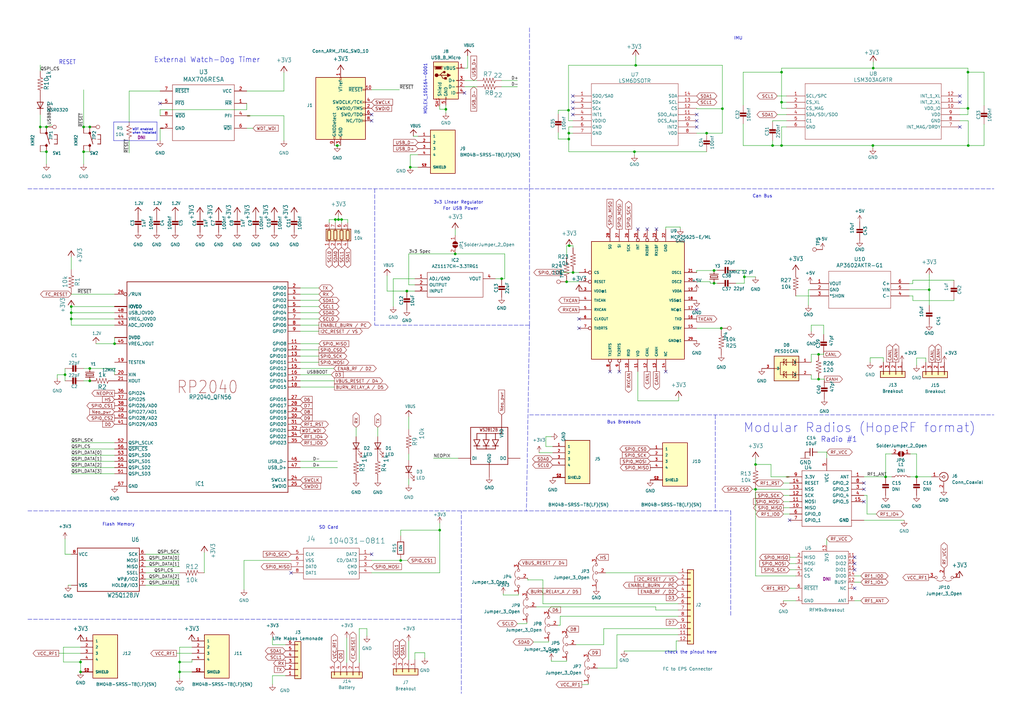
<source format=kicad_sch>
(kicad_sch (version 20230121) (generator eeschema)
  (paper "A3")
  (junction (at 260.731 26.797))
  (junction (at 233.299 54.61))
  (junction (at 16.51 52.07))
  (junction (at 335.7372 145.3388))
  (junction (at 232.3846 115.57))
  (junction (at 180.34 217.424))
  (junction (at 358.013 59.69))
  (junction (at 19.05 62.23))
  (junction (at 33.02 271.526))
  (junction (at 375.92 195.58))
  (junction (at 397.002 44.45))
  (junction (at 320.548 29.591))
  (junction (at 33.0454 275.59))
  (junction (at 309.88 190.5))
  (junction (at 36.83 52.07))
  (junction (at 36.83 156.21))
  (junction (at 233.299 57.023))
  (junction (at 137.541 90.043))
  (junction (at 381.1016 118.8466))
  (junction (at 46.99 140.97))
  (junction (at 316.865 59.69))
  (junction (at 34.29 62.23))
  (junction (at 205.74 114.3))
  (junction (at 292.862 116.1796))
  (junction (at 29.21 130.81))
  (junction (at 397.129 59.69))
  (junction (at 292.862 110.9472))
  (junction (at 295.8338 134.62))
  (junction (at 166.878 119.38))
  (junction (at 29.21 125.73))
  (junction (at 34.29 52.07))
  (junction (at 305.308 113.5634))
  (junction (at 358.14 27.94))
  (junction (at 138.811 90.043))
  (junction (at 320.548 59.69))
  (junction (at 309.88 200.66))
  (junction (at 233.172 45.212))
  (junction (at 36.83 151.13))
  (junction (at 164.338 229.87))
  (junction (at 182.88 44.831))
  (junction (at 289.814 54.61))
  (junction (at 26.67 153.67))
  (junction (at 138.3284 59.69))
  (junction (at 19.05 52.07))
  (junction (at 397.002 29.591))
  (junction (at 235.0262 111.76))
  (junction (at 296.291 44.577))
  (junction (at 320.548 41.91))
  (junction (at 186.69 104.14))
  (junction (at 140.081 90.043))
  (junction (at 335.7372 155.4988))
  (junction (at 73.66 271.526))
  (junction (at 168.275 68.58))
  (junction (at 233.4514 100.7618))
  (junction (at 363.22 195.58))
  (junction (at 260.223 62.23))
  (junction (at 73.66 275.59))
  (junction (at 29.21 128.27))
  (no_connect (at 237.49 134.62))
  (no_connect (at 354.33 200.66))
  (no_connect (at 350.52 228.6))
  (no_connect (at 265.43 93.98))
  (no_connect (at 65.659 42.418))
  (no_connect (at 234.95 41.91))
  (no_connect (at 152.4 49.53))
  (no_connect (at 350.52 231.14))
  (no_connect (at 323.85 213.36))
  (no_connect (at 273.05 152.4))
  (no_connect (at 250.19 152.4))
  (no_connect (at 350.52 241.3))
  (no_connect (at 354.33 205.74))
  (no_connect (at 354.33 198.12))
  (no_connect (at 119.38 234.95))
  (no_connect (at 254 152.4))
  (no_connect (at 237.49 130.81))
  (no_connect (at 152.4 46.99))
  (no_connect (at 190.5 38.1))
  (no_connect (at 285.75 52.07))
  (no_connect (at 152.4 227.33))
  (no_connect (at 393.7 52.07))
  (no_connect (at 350.52 233.68))
  (no_connect (at 234.95 46.99))
  (no_connect (at 285.75 127))
  (no_connect (at 393.7 39.37))
  (no_connect (at 269.24 93.98))
  (no_connect (at 234.95 44.45))
  (no_connect (at 285.75 49.53))
  (no_connect (at 261.62 93.98))
  (no_connect (at 393.7 41.91))
  (no_connect (at 285.75 46.99))
  (no_connect (at 234.95 39.37))
  (wire (pts (xy 205.74 33.02) (xy 212.217 33.02)))
  (wire (pts (xy 73.66 229.87) (xy 59.69 229.87)))
  (polyline (pts (xy 217.17 77.47) (xy 407.67 77.47)) (stroke (width 0) (type dash)))
  (wire (pts (xy 397.002 27.94) (xy 397.002 29.591)))
  (wire (pts (xy 316.865 57.658) (xy 316.865 59.69)))
  (wire (pts (xy 326.39 241.3) (xy 323.85 241.3)))
  (wire (pts (xy 403.606 43.307) (xy 403.606 29.591)))
  (wire (pts (xy 221.107 185.674) (xy 226.695 185.674)))
  (wire (pts (xy 323.85 205.74) (xy 321.31 205.74)))
  (wire (pts (xy 316.865 49.53) (xy 322.58 49.53)))
  (wire (pts (xy 167.64 104.14) (xy 186.69 104.14)))
  (wire (pts (xy 154.94 175.26) (xy 154.94 179.07)))
  (wire (pts (xy 180.34 44.831) (xy 182.88 44.831)))
  (wire (pts (xy 260.731 22.987) (xy 260.731 26.797)))
  (wire (pts (xy 223.901 183.134) (xy 223.901 179.07)))
  (wire (pts (xy 321.31 210.82) (xy 323.85 210.82)))
  (wire (pts (xy 167.64 262.89) (xy 167.64 270.51)))
  (wire (pts (xy 29.21 194.31) (xy 46.99 194.31)))
  (wire (pts (xy 393.7 49.53) (xy 397.129 49.53)))
  (wire (pts (xy 379.73 146.8374) (xy 379.73 148.59)))
  (wire (pts (xy 207.01 114.3) (xy 205.74 114.3)))
  (wire (pts (xy 292.862 110.9472) (xy 285.7246 110.9472)))
  (wire (pts (xy 337.82 133.35) (xy 332.74 133.35)))
  (wire (pts (xy 228.981 45.212) (xy 233.172 45.212)))
  (wire (pts (xy 373.38 186.182) (xy 375.92 186.182)))
  (wire (pts (xy 393.7 44.45) (xy 397.002 44.45)))
  (wire (pts (xy 167.64 104.14) (xy 167.64 116.84)))
  (wire (pts (xy 304.8 50.8) (xy 304.8 59.69)))
  (wire (pts (xy 226.1362 271.2466) (xy 232.3846 271.2466)))
  (wire (pts (xy 29.21 189.23) (xy 46.99 189.23)))
  (wire (pts (xy 358.013 59.69) (xy 358.013 60.706)))
  (wire (pts (xy 226.695 183.134) (xy 223.901 183.134)))
  (wire (pts (xy 397.002 27.94) (xy 358.14 27.94)))
  (wire (pts (xy 337.82 137.16) (xy 337.82 133.35)))
  (wire (pts (xy 39.37 140.97) (xy 46.99 140.97)))
  (wire (pts (xy 247.5992 257.81) (xy 278.13 257.81)))
  (wire (pts (xy 233.172 26.797) (xy 260.731 26.797)))
  (wire (pts (xy 123.19 146.05) (xy 130.81 146.05)))
  (wire (pts (xy 206.4004 243.4844) (xy 206.4004 244.0432)))
  (wire (pts (xy 26.035 271.526) (xy 33.02 271.526)))
  (wire (pts (xy 285.75 54.61) (xy 289.814 54.61)))
  (wire (pts (xy 320.548 29.591) (xy 320.548 41.91)))
  (wire (pts (xy 164.338 219.71) (xy 164.338 217.424)))
  (wire (pts (xy 158.75 119.38) (xy 166.878 119.38)))
  (wire (pts (xy 33.02 265.43) (xy 26.035 265.43)))
  (polyline (pts (xy 217.17 11.43) (xy 217.17 77.47)) (stroke (width 0) (type dash)))
  (wire (pts (xy 73.66 271.526) (xy 78.74 271.526)))
  (wire (pts (xy 123.19 128.27) (xy 130.81 128.27)))
  (wire (pts (xy 316.865 50.038) (xy 316.865 49.53)))
  (wire (pts (xy 222.6818 237.8456) (xy 222.6818 247.65)))
  (wire (pts (xy 34.29 36.83) (xy 34.29 52.07)))
  (wire (pts (xy 372.9228 118.8466) (xy 381.1016 118.8466)))
  (wire (pts (xy 65.659 52.578) (xy 65.659 57.658)))
  (wire (pts (xy 365.76 186.182) (xy 363.22 186.182)))
  (wire (pts (xy 381.1016 118.8466) (xy 381.1016 125.222)))
  (wire (pts (xy 187.96 187.96) (xy 177.8 187.96)))
  (wire (pts (xy 158.75 113.03) (xy 158.75 119.38)))
  (wire (pts (xy 375.92 195.58) (xy 382.016 195.58)))
  (polyline (pts (xy 153.67 133.35) (xy 217.17 133.35)) (stroke (width 0) (type dash)))
  (wire (pts (xy 216.535 237.8456) (xy 222.6818 237.8456)))
  (wire (pts (xy 182.88 44.831) (xy 182.88 43.18)))
  (wire (pts (xy 261.62 152.4) (xy 261.62 164.4142)))
  (wire (pts (xy 304.8 43.18) (xy 304.8 29.591)))
  (wire (pts (xy 375.92 146.8374) (xy 379.73 146.8374)))
  (wire (pts (xy 309.88 200.66) (xy 309.88 236.22)))
  (wire (pts (xy 316.23 195.58) (xy 316.23 190.5)))
  (wire (pts (xy 261.62 164.4142) (xy 278.3332 164.4142)))
  (wire (pts (xy 46.99 138.43) (xy 46.99 140.97)))
  (wire (pts (xy 320.548 27.94) (xy 320.548 29.591)))
  (wire (pts (xy 355.6 203.2) (xy 355.6 210.82)))
  (wire (pts (xy 140.081 90.043) (xy 138.811 90.043)))
  (wire (pts (xy 142.621 90.043) (xy 140.081 90.043)))
  (wire (pts (xy 277.3172 267.0048) (xy 277.3172 262.89)))
  (wire (pts (xy 206.4004 244.0432) (xy 212.6488 244.0432)))
  (wire (pts (xy 391.2616 122.682) (xy 391.2616 123.2662)))
  (wire (pts (xy 245.0592 274.0152) (xy 253.0348 274.0152)))
  (wire (pts (xy 182.88 44.831) (xy 182.88 46.355)))
  (wire (pts (xy 123.19 143.51) (xy 130.81 143.51)))
  (wire (pts (xy 59.69 234.95) (xy 73.66 234.95)))
  (wire (pts (xy 397.002 44.45) (xy 397.002 46.99)))
  (wire (pts (xy 16.51 62.23) (xy 19.05 62.23)))
  (wire (pts (xy 374.4214 121.3866) (xy 374.4214 123.2662)))
  (wire (pts (xy 169.545 55.88) (xy 169.545 55.753)))
  (wire (pts (xy 375.92 186.182) (xy 375.92 195.58)))
  (wire (pts (xy 279.019 93.1164) (xy 273.05 93.1164)))
  (wire (pts (xy 301.8028 116.1796) (xy 305.308 116.1796)))
  (wire (pts (xy 323.85 195.58) (xy 316.23 195.58)))
  (wire (pts (xy 403.606 29.591) (xy 397.002 29.591)))
  (wire (pts (xy 374.396 114.9096) (xy 391.2616 114.9096)))
  (wire (pts (xy 216.535 237.871) (xy 216.535 237.8456)))
  (wire (pts (xy 137.541 90.043) (xy 137.541 91.313)))
  (wire (pts (xy 212.1662 255.778) (xy 216.1032 255.778)))
  (wire (pts (xy 374.396 116.3066) (xy 374.396 114.9096)))
  (wire (pts (xy 326.3646 121.3866) (xy 332.2828 121.3866)))
  (wire (pts (xy 46.99 151.13) (xy 46.99 153.67)))
  (wire (pts (xy 339.09 220.98) (xy 339.09 223.52)))
  (wire (pts (xy 150.495 260.858) (xy 150.495 257.81)))
  (wire (pts (xy 232.3846 115.57) (xy 237.49 115.57)))
  (wire (pts (xy 255.9812 267.0048) (xy 277.3172 267.0048)))
  (wire (pts (xy 123.19 125.73) (xy 130.81 125.73)))
  (wire (pts (xy 205.74 35.56) (xy 212.217 35.56)))
  (wire (pts (xy 164.338 217.424) (xy 180.34 217.424)))
  (wire (pts (xy 233.299 52.07) (xy 233.299 54.61)))
  (wire (pts (xy 358.14 25.4) (xy 358.14 27.94)))
  (wire (pts (xy 253.0348 260.35) (xy 278.13 260.35)))
  (wire (pts (xy 73.66 275.59) (xy 78.74 275.59)))
  (wire (pts (xy 152.4 234.95) (xy 180.34 234.95)))
  (wire (pts (xy 235.0262 111.76) (xy 237.49 111.76)))
  (wire (pts (xy 111.76 264.414) (xy 117.094 264.414)))
  (wire (pts (xy 135.001 90.043) (xy 135.001 91.313)))
  (wire (pts (xy 320.548 27.94) (xy 358.14 27.94)))
  (wire (pts (xy 292.862 110.8202) (xy 292.862 110.9472)))
  (wire (pts (xy 305.308 110.8202) (xy 305.308 113.5634)))
  (wire (pts (xy 304.8 59.69) (xy 316.865 59.69)))
  (wire (pts (xy 309.88 200.66) (xy 323.85 200.66)))
  (wire (pts (xy 268.986 248.92) (xy 268.986 250.19)))
  (wire (pts (xy 335.7372 155.4988) (xy 332.74 155.4988)))
  (wire (pts (xy 83.82 226.568) (xy 83.82 234.95)))
  (wire (pts (xy 78.74 262.8646) (xy 78.6384 262.8646)))
  (wire (pts (xy 73.66 240.03) (xy 59.69 240.03)))
  (wire (pts (xy 372.9228 121.3866) (xy 374.4214 121.3866)))
  (polyline (pts (xy 46.609 50.038) (xy 64.389 50.038)))
  (wire (pts (xy 116.459 47.498) (xy 116.459 57.658)))
  (wire (pts (xy 323.85 203.2) (xy 321.31 203.2)))
  (wire (pts (xy 233.299 54.61) (xy 234.95 54.61)))
  (wire (pts (xy 285.7246 111.76) (xy 285.75 111.76)))
  (wire (pts (xy 130.81 120.65) (xy 123.19 120.65)))
  (wire (pts (xy 33.0454 271.526) (xy 33.0454 275.59)))
  (wire (pts (xy 167.64 186.182) (xy 167.64 188.722)))
  (polyline (pts (xy 46.609 57.658) (xy 46.609 50.038)))
  (wire (pts (xy 29.21 133.35) (xy 29.21 130.81)))
  (wire (pts (xy 26.67 220.98) (xy 26.67 227.33)))
  (wire (pts (xy 116.459 37.338) (xy 116.459 29.718)))
  (wire (pts (xy 174.244 267.716) (xy 174.244 269.875)))
  (wire (pts (xy 170.18 270.51) (xy 170.18 267.716)))
  (wire (pts (xy 46.99 128.27) (xy 29.21 128.27)))
  (wire (pts (xy 29.21 191.77) (xy 46.99 191.77)))
  (wire (pts (xy 397.129 49.53) (xy 397.129 59.69)))
  (wire (pts (xy 285.75 44.577) (xy 285.75 44.45)))
  (wire (pts (xy 123.19 140.97) (xy 130.81 140.97)))
  (wire (pts (xy 335.7372 145.3388) (xy 332.74 145.3388)))
  (wire (pts (xy 29.21 105.41) (xy 29.21 110.49)))
  (wire (pts (xy 167.64 196.342) (xy 167.64 198.882)))
  (wire (pts (xy 103.759 52.578) (xy 101.219 52.578)))
  (wire (pts (xy 152.4 36.83) (xy 163.83 36.83)))
  (wire (pts (xy 223.901 179.07) (xy 226.06 179.07)))
  (polyline (pts (xy 217.17 133.35) (xy 217.17 77.47)) (stroke (width 0) (type dash)))
  (wire (pts (xy 278.13 247.65) (xy 222.6818 247.65)))
  (wire (pts (xy 170.18 267.716) (xy 174.244 267.716)))
  (polyline (pts (xy 11.43 209.55) (xy 217.17 209.55)) (stroke (width 0) (type dash)))
  (wire (pts (xy 16.51 29.21) (xy 16.51 26.67)))
  (wire (pts (xy 294.1828 110.8202) (xy 292.862 110.8202)))
  (wire (pts (xy 19.05 52.07) (xy 16.51 52.07)))
  (wire (pts (xy 363.22 186.182) (xy 363.22 195.58)))
  (wire (pts (xy 78.74 270.51) (xy 78.74 271.526)))
  (wire (pts (xy 73.66 271.526) (xy 73.66 275.59)))
  (wire (pts (xy 36.83 151.13) (xy 34.29 151.13)))
  (wire (pts (xy 136.906 151.13) (xy 123.19 151.13)))
  (wire (pts (xy 273.05 93.1164) (xy 273.05 93.98)))
  (wire (pts (xy 230.3018 111.76) (xy 235.0262 111.76)))
  (wire (pts (xy 391.2616 114.9096) (xy 391.2616 115.062)))
  (wire (pts (xy 224.9932 263.3218) (xy 224.9932 262.8138)))
  (wire (pts (xy 268.986 250.19) (xy 278.13 250.19)))
  (wire (pts (xy 339.09 185.42) (xy 335.28 185.42)))
  (wire (pts (xy 226.1362 270.6878) (xy 226.1362 271.2466)))
  (wire (pts (xy 233.299 54.61) (xy 233.299 57.023)))
  (wire (pts (xy 285.75 44.577) (xy 296.291 44.577)))
  (wire (pts (xy 207.01 104.14) (xy 207.01 114.3)))
  (polyline (pts (xy 11.43 77.47) (xy 217.17 77.47)) (stroke (width 0) (type dash)))
  (wire (pts (xy 24.13 267.97) (xy 33.02 267.97)))
  (wire (pts (xy 116.459 37.338) (xy 101.219 37.338)))
  (polyline (pts (xy 189.23 254) (xy 189.23 209.55)) (stroke (width 0) (type dash)))
  (wire (pts (xy 137.16 59.69) (xy 138.3284 59.69)))
  (wire (pts (xy 228.981 57.023) (xy 233.299 57.023)))
  (wire (pts (xy 292.862 116.0272) (xy 292.862 116.1796)))
  (wire (pts (xy 73.66 265.43) (xy 73.66 271.526)))
  (wire (pts (xy 301.8028 110.8202) (xy 305.308 110.8202)))
  (wire (pts (xy 123.19 130.81) (xy 130.81 130.81)))
  (polyline (pts (xy 293.37 170.18) (xy 293.37 209.55)) (stroke (width 0) (type dash)))
  (wire (pts (xy 296.291 54.61) (xy 296.291 44.577)))
  (wire (pts (xy 65.659 37.338) (xy 52.959 37.338)))
  (wire (pts (xy 219.9132 248.92) (xy 268.986 248.92)))
  (wire (pts (xy 331.5716 125.222) (xy 331.5716 118.8466)))
  (wire (pts (xy 304.8 29.591) (xy 320.548 29.591)))
  (polyline (pts (xy 153.67 77.47) (xy 153.67 133.35)) (stroke (width 0) (type dash)))
  (wire (pts (xy 123.19 123.19) (xy 130.81 123.19)))
  (wire (pts (xy 52.959 37.338) (xy 52.959 50.038)))
  (wire (pts (xy 186.69 104.14) (xy 207.01 104.14)))
  (wire (pts (xy 218.7448 263.3218) (xy 224.9932 263.3218)))
  (wire (pts (xy 337.82 144.78) (xy 337.82 145.3388)))
  (wire (pts (xy 180.34 214.63) (xy 180.34 217.424)))
  (wire (pts (xy 29.21 130.81) (xy 29.21 128.27)))
  (wire (pts (xy 233.299 62.23) (xy 260.223 62.23)))
  (wire (pts (xy 397.129 59.69) (xy 358.013 59.69)))
  (wire (pts (xy 78.74 262.89) (xy 78.74 262.8646)))
  (wire (pts (xy 168.275 63.5) (xy 168.275 68.58)))
  (wire (pts (xy 233.172 49.53) (xy 233.172 45.212)))
  (wire (pts (xy 260.223 62.23) (xy 260.223 63.627)))
  (polyline (pts (xy 299.72 209.55) (xy 299.72 252.73)) (stroke (width 0) (type dash)))
  (wire (pts (xy 318.77 39.37) (xy 322.58 39.37)))
  (wire (pts (xy 236.1946 264.3886) (xy 247.5992 264.3886)))
  (wire (pts (xy 73.66 265.43) (xy 78.74 265.43)))
  (wire (pts (xy 229.743 256.4638) (xy 229.743 252.73)))
  (polyline (pts (xy 217.17 170.18) (xy 407.67 170.18)) (stroke (width 0) (type dash)))
  (wire (pts (xy 167.64 116.84) (xy 170.18 116.84)))
  (wire (pts (xy 123.19 133.35) (xy 130.81 133.35)))
  (wire (pts (xy 123.19 156.21) (xy 137.16 156.21)))
  (wire (pts (xy 241.2492 280.7462) (xy 241.2492 280.3652)))
  (wire (pts (xy 332.74 133.35) (xy 332.74 135.89)))
  (wire (pts (xy 397.002 44.45) (xy 397.002 29.591)))
  (wire (pts (xy 216.4588 237.871) (xy 216.4588 237.1852)))
  (wire (pts (xy 161.29 125.73) (xy 161.29 114.3)))
  (wire (pts (xy 150.495 257.81) (xy 147.32 257.81)))
  (wire (pts (xy 212.6488 244.0432) (xy 212.6488 243.5352)))
  (wire (pts (xy 381.1016 112.522) (xy 381.1016 118.8466)))
  (wire (pts (xy 190.5 27.94) (xy 191.77 27.94)))
  (wire (pts (xy 354.33 213.36) (xy 370.84 213.36)))
  (wire (pts (xy 36.83 62.23) (xy 34.29 62.23)))
  (wire (pts (xy 72.39 267.97) (xy 78.74 267.97)))
  (wire (pts (xy 247.5992 264.3886) (xy 247.5992 257.81)))
  (wire (pts (xy 285.75 115.57) (xy 291.2872 115.57)))
  (wire (pts (xy 232.3846 105.41) (xy 232.3846 100.7618)))
  (wire (pts (xy 374.4214 123.2662) (xy 391.2616 123.2662)))
  (wire (pts (xy 59.69 237.49) (xy 73.66 237.49)))
  (wire (pts (xy 285.75 134.62) (xy 295.8338 134.62)))
  (wire (pts (xy 353.06 246.38) (xy 350.52 246.38)))
  (wire (pts (xy 321.31 246.38) (xy 326.39 246.38)))
  (wire (pts (xy 403.606 50.927) (xy 403.606 59.69)))
  (wire (pts (xy 33.02 262.89) (xy 33.0454 262.89)))
  (wire (pts (xy 305.308 113.5634) (xy 305.308 116.1796)))
  (wire (pts (xy 296.291 44.577) (xy 296.291 26.797)))
  (wire (pts (xy 294.1828 116.1796) (xy 292.862 116.1796)))
  (wire (pts (xy 354.33 195.58) (xy 363.22 195.58)))
  (wire (pts (xy 289.814 62.23) (xy 260.223 62.23)))
  (wire (pts (xy 186.69 93.98) (xy 186.69 96.52)))
  (wire (pts (xy 26.035 265.43) (xy 26.035 271.526)))
  (wire (pts (xy 119.38 229.87) (xy 100.076 229.87)))
  (wire (pts (xy 228.981 54.356) (xy 228.981 57.023)))
  (wire (pts (xy 323.85 208.28) (xy 321.31 208.28)))
  (wire (pts (xy 33.02 270.51) (xy 33.02 271.526)))
  (wire (pts (xy 234.95 52.07) (xy 233.299 52.07)))
  (wire (pts (xy 59.69 227.33) (xy 73.66 227.33)))
  (wire (pts (xy 142.24 261.62) (xy 142.24 271.78)))
  (wire (pts (xy 29.21 128.27) (xy 29.21 125.73)))
  (wire (pts (xy 234.95 49.53) (xy 233.172 49.53)))
  (wire (pts (xy 52.959 57.658) (xy 52.959 62.738)))
  (wire (pts (xy 322.58 52.07) (xy 320.548 52.07)))
  (wire (pts (xy 123.19 158.75) (xy 137.16 158.75)))
  (polyline (pts (xy 64.389 57.658) (xy 46.609 57.658)))
  (polyline (pts (xy 64.389 50.038) (xy 64.389 57.658)))
  (wire (pts (xy 322.58 44.45) (xy 320.548 44.45)))
  (wire (pts (xy 372.9228 116.3066) (xy 374.396 116.3066)))
  (wire (pts (xy 233.299 57.023) (xy 233.299 62.23)))
  (wire (pts (xy 34.29 52.07) (xy 36.83 52.07)))
  (wire (pts (xy 353.06 238.76) (xy 350.52 238.76)))
  (wire (pts (xy 316.23 190.5) (xy 309.88 190.5)))
  (wire (pts (xy 46.99 184.15) (xy 29.21 184.15)))
  (wire (pts (xy 326.39 228.6) (xy 323.85 228.6)))
  (wire (pts (xy 221.107 185.547) (xy 221.107 185.674)))
  (wire (pts (xy 46.99 125.73) (xy 29.21 125.73)))
  (polyline (pts (xy 189.23 254) (xy 189.23 284.48)) (stroke (width 0) (type dash)))
  (wire (pts (xy 320.548 59.69) (xy 358.013 59.69)))
  (polyline (pts (xy 11.43 254) (xy 189.23 254)) (stroke (width 0) (type dash)))
  (wire (pts (xy 332.74 148.59) (xy 332.74 145.3388)))
  (wire (pts (xy 46.99 133.35) (xy 29.21 133.35)))
  (wire (pts (xy 233.172 45.212) (xy 233.172 26.797)))
  (wire (pts (xy 320.548 52.07) (xy 320.548 59.69)))
  (wire (pts (xy 101.219 47.498) (xy 116.459 47.498)))
  (wire (pts (xy 228.981 46.736) (xy 228.981 45.212)))
  (wire (pts (xy 46.99 181.61) (xy 29.21 181.61)))
  (wire (pts (xy 123.19 118.11) (xy 130.81 118.11)))
  (wire (pts (xy 142.621 91.313) (xy 142.621 90.043)))
  (wire (pts (xy 238.6584 280.7462) (xy 241.2492 280.7462)))
  (wire (pts (xy 260.731 26.797) (xy 296.291 26.797)))
  (wire (pts (xy 171.45 55.88) (xy 169.545 55.88)))
  (wire (pts (xy 337.82 145.3388) (xy 335.7372 145.3388)))
  (wire (pts (xy 46.99 130.81) (xy 29.21 130.81)))
  (wire (pts (xy 166.878 119.38) (xy 170.18 119.38)))
  (wire (pts (xy 180.34 44.831) (xy 180.34 43.18)))
  (wire (pts (xy 101.219 44.958) (xy 101.219 42.418)))
  (wire (pts (xy 373.38 195.58) (xy 375.92 195.58)))
  (wire (pts (xy 338.0994 155.9814) (xy 338.0994 155.4988)))
  (wire (pts (xy 138.811 88.773) (xy 138.811 90.043)))
  (wire (pts (xy 353.06 236.22) (xy 350.52 236.22)))
  (wire (pts (xy 65.659 44.958) (xy 101.219 44.958)))
  (wire (pts (xy 111.76 277.114) (xy 111.76 280.67)))
  (wire (pts (xy 362.331 146.7358) (xy 362.331 148.4884)))
  (wire (pts (xy 191.77 27.94) (xy 191.77 22.86)))
  (wire (pts (xy 16.51 46.99) (xy 16.51 52.07)))
  (wire (pts (xy 393.7 46.99) (xy 397.002 46.99)))
  (polyline (pts (xy 217.17 209.55) (xy 299.72 209.55)) (stroke (width 0) (type dash)))
  (wire (pts (xy 289.814 54.61) (xy 296.291 54.61)))
  (wire (pts (xy 190.5 33.02) (xy 195.58 33.02)))
  (wire (pts (xy 355.6 210.82) (xy 359.41 210.82)))
  (wire (pts (xy 285.7246 110.9472) (xy 285.7246 111.76)))
  (wire (pts (xy 34.29 156.21) (xy 36.83 156.21)))
  (wire (pts (xy 59.69 232.41) (xy 73.66 232.41)))
  (wire (pts (xy 111.76 261.62) (xy 111.76 264.414)))
  (wire (pts (xy 168.275 68.58) (xy 171.45 68.58)))
  (wire (pts (xy 309.88 236.22) (xy 326.39 236.22)))
  (wire (pts (xy 33.02 271.526) (xy 33.0454 271.526)))
  (wire (pts (xy 19.05 62.23) (xy 19.05 67.31)))
  (wire (pts (xy 323.85 198.12) (xy 321.31 198.12)))
  (wire (pts (xy 229.743 252.73) (xy 278.13 252.73)))
  (wire (pts (xy 253.0348 274.0152) (xy 253.0348 260.35)))
  (wire (pts (xy 46.99 120.65) (xy 29.21 120.65)))
  (wire (pts (xy 375.92 146.8374) (xy 375.92 149.86)))
  (wire (pts (xy 320.548 41.91) (xy 320.548 44.45)))
  (wire (pts (xy 277.3172 262.89) (xy 278.13 262.89)))
  (wire (pts (xy 278.13 234.95) (xy 248.3866 234.95)))
  (wire (pts (xy 232.3846 271.2466) (xy 232.3846 270.7386)))
  (wire (pts (xy 137.541 90.043) (xy 135.001 90.043)))
  (wire (pts (xy 308.61 200.66) (xy 309.88 200.66)))
  (wire (pts (xy 26.67 153.67) (xy 26.67 156.21)))
  (wire (pts (xy 326.39 231.14) (xy 323.85 231.14)))
  (wire (pts (xy 339.09 185.42) (xy 339.09 187.96)))
  (wire (pts (xy 403.606 59.69) (xy 397.129 59.69)))
  (wire (pts (xy 295.8338 134.62) (xy 295.8338 135.382)))
  (wire (pts (xy 29.21 186.69) (xy 46.99 186.69)))
  (wire (pts (xy 123.19 189.23) (xy 138.43 189.23)))
  (wire (pts (xy 291.2872 115.57) (xy 291.2872 116.1796)))
  (wire (pts (xy 356.87 146.7358) (xy 362.331 146.7358)))
  (wire (pts (xy 180.34 217.424) (xy 180.34 234.95)))
  (wire (pts (xy 23.495 153.67) (xy 26.67 153.67)))
  (wire (pts (xy 216.4588 237.871) (xy 216.535 237.871)))
  (wire (pts (xy 117.094 277.114) (xy 111.76 277.114)))
  (wire (pts (xy 29.21 240.03) (xy 27.94 240.03)))
  (wire (pts (xy 316.865 59.69) (xy 320.548 59.69)))
  (wire (pts (xy 138.3284 59.69) (xy 139.7 59.69)))
  (wire (pts (xy 338.0994 155.4988) (xy 335.7372 155.4988)))
  (wire (pts (xy 164.338 229.87) (xy 167.132 229.87)))
  (wire (pts (xy 279.019 93.8022) (xy 279.019 93.1164)))
  (wire (pts (xy 123.19 148.59) (xy 130.81 148.59)))
  (wire (pts (xy 65.659 47.498) (xy 65.659 44.958)))
  (wire (pts (xy 152.4 229.87) (xy 164.338 229.87)))
  (wire (pts (xy 123.19 153.67) (xy 135.89 153.67)))
  (wire (pts (xy 305.308 113.5634) (xy 309.88 113.5634)))
  (wire (pts (xy 190.5 35.56) (xy 195.58 35.56)))
  (polyline (pts (xy 217.17 133.35) (xy 215.9 209.55)) (stroke (width 0) (type dash)))
  (wire (pts (xy 331.5716 118.8466) (xy 332.2828 118.8466)))
  (wire (pts (xy 26.67 151.13) (xy 26.67 153.67)))
  (wire (pts (xy 23.495 155.194) (xy 23.495 153.67)))
  (wire (pts (xy 332.74 153.67) (xy 332.74 155.4988)))
  (wire (pts (xy 29.21 227.33) (xy 26.67 227.33)))
  (wire (pts (xy 161.29 114.3) (xy 170.18 114.3)))
  (wire (pts (xy 322.58 41.91) (xy 320.548 41.91)))
  (wire (pts (xy 326.39 233.68) (xy 323.85 233.68)))
  (wire (pts (xy 21.209 51.181) (xy 19.05 52.07)))
  (wire (pts (xy 205.74 114.3) (xy 203.2 114.3)))
  (wire (pts (xy 167.64 176.022) (xy 167.64 170.942)))
  (wire (pts (xy 100.076 229.87) (xy 100.076 241.808)))
  (wire (pts (xy 233.4514 100.7618) (xy 235.0262 100.7618)))
  (wire (pts (xy 232.3846 100.7618) (xy 233.4514 100.7618)))
  (wire (pts (xy 123.19 135.89) (xy 130.81 135.89)))
  (wire (pts (xy 216.1032 255.27) (xy 216.1032 255.778)))
  (wire (pts (xy 171.45 63.5) (xy 168.275 63.5)))
  (wire (pts (xy 235.0262 100.7618) (xy 235.0262 101.6)))
  (wire (pts (xy 34.29 67.31) (xy 34.29 62.23)))
  (wire (pts (xy 73.66 275.59) (xy 73.66 278.13)))
  (wire (pts (xy 140.081 91.313) (xy 140.081 90.043)))
  (wire (pts (xy 278.3332 164.4142) (xy 278.3332 162.941)))
  (wire (pts (xy 147.32 257.81) (xy 147.32 271.78)))
  (wire (pts (xy 309.88 190.5) (xy 309.88 187.96)))
  (wire (pts (xy 123.19 191.77) (xy 138.43 191.77)))
  (wire (pts (xy 354.33 203.2) (xy 355.6 203.2)))
  (wire (pts (xy 318.77 46.99) (xy 322.58 46.99)))
  (wire (pts (xy 33.02 275.59) (xy 33.0454 275.59)))
  (wire (pts (xy 36.83 151.13) (xy 46.99 151.13)))
  (wire (pts (xy 291.2872 116.1796) (xy 292.862 116.1796)))
  (wire (pts (xy 228.8032 256.4638) (xy 229.743 256.4638)))
  (wire (pts (xy 146.05 175.26) (xy 146.05 179.07)))
  (wire (pts (xy 138.811 90.043) (xy 137.541 90.043)))
  (wire (pts (xy 363.22 195.58) (xy 365.76 195.58)))
  (wire (pts (xy 356.87 146.7358) (xy 356.87 148.59)))
  (text "Bus Breakouts" (at 248.92 173.99 0) (effects (font (size 1.27 1.27)) (justify left bottom)))
  (text "3v3 Linear Regulator" (at 177.8 83.82 0) (effects (font (size 1.27 1.27)) (justify left bottom)))
  (text "Can Bus" (at 308.61 81.28 0) (effects (font (size 1.27 1.27)) (justify left bottom)))
  (text "Radio #1" (at 336.55 181.61 0) (effects (font (size 2.159 2.159)) (justify left bottom)))
  (text "Modular Radios (HopeRF format)" (at 304.8 177.8 0) (effects (font (size 3.81 3.81)) (justify left bottom)))
  (text "For USB Power\n" (at 181.61 86.36 0) (effects (font (size 1.27 1.27)) (justify left bottom)))
  (text "MOLEX_105164-0001" (at 175.26 46.99 90) (effects (font (size 1.27 1.27)) (justify left bottom)))
  (text "check the pinout here\n" (at 272.542 268.351 0) (effects (font (size 1.27 1.27)) (justify left bottom)))
  (text "RESET" (at 24.13 26.67 0) (effects (font (size 1.778 1.5113)) (justify left bottom)))
  (text "IMU\n" (at 300.99 16.51 0) (effects (font (size 1.27 1.27)) (justify left bottom)))
  (text "Flash Memory" (at 41.91 215.9 0) (effects (font (size 1.27 1.27)) (justify left bottom)))
  (text "WDT enabled\nwhen installed" (at 54.229 55.118 0) (effects (font (size 0.889 0.889)) (justify left bottom)))
  (text "External Watch-Dog Timer" (at 63.119 25.908 0) (effects (font (size 2.159 2.159)) (justify left bottom)))
  (text "SD Card" (at 130.81 217.17 0) (effects (font (size 1.27 1.27)) (justify left bottom)))
  (label "QSPI_DATA[3]" (at 73.66 240.03 180) (effects (font (size 1.2446 1.2446))))
  (label "D+" (at 209.677 33.02 0) (effects (font (size 1.2446 1.2446))))
  (label "QSPI_DATA[3]" (at 29.21 194.31 0) (effects (font (size 1.2446 1.2446))))
  (label "QSPI_CS" (at 16.51 29.21 0) (effects (font (size 1.2446 1.2446))))
  (label "D-" (at 209.677 35.56 0) (effects (font (size 1.2446 1.2446))))
  (label "QSPI_DATA[2]" (at 29.21 191.77 0) (effects (font (size 1.2446 1.2446))))
  (label "QSPI_CS" (at 71.12 234.95 180) (effects (font (size 1.2446 1.2446))))
  (label "QSPI_DATA[0]" (at 29.21 186.69 0) (effects (font (size 1.2446 1.2446))))
  (label "QSPI_DATA[2]" (at 73.66 237.49 180) (effects (font (size 1.2446 1.2446))))
  (label "QSPI_DATA[1]" (at 29.21 189.23 0) (effects (font (size 1.2446 1.2446))))
  (label "NEOPIX" (at 177.8 187.96 0) (effects (font (size 1.2446 1.2446))))
  (label "3v3 Spec" (at 167.64 104.14 0))
  (label "QSPI_DATA[0]" (at 73.66 229.87 180) (effects (font (size 1.2446 1.2446))))
  (label "D-" (at 128.27 189.23 0) (effects (font (size 1.2446 1.2446))))
  (label "~{RESET}" (at 34.29 52.07 90) (effects (font (size 1.2446 1.2446))))
  (label "~{RESET}" (at 163.83 36.83 0) (effects (font (size 1.2446 1.2446))))
  (label "RF1_ANT" (at 355.6 195.58 0))
  (label "USBBOOT" (at 125.73 153.67 0) (effects (font (size 1.2446 1.2446))))
  (label "QSPI_SCK" (at 29.21 181.61 0) (effects (font (size 1.2446 1.2446))))
  (label "QSPI_DATA[1]" (at 73.66 232.41 180) (effects (font (size 1.2446 1.2446))))
  (label "QSPI_CS" (at 29.21 184.15 0) (effects (font (size 1.2446 1.2446))))
  (label "~{RESET}" (at 52.959 62.738 90) (effects (font (size 1.2446 1.2446))))
  (label "D+" (at 128.27 191.77 0) (effects (font (size 1.2446 1.2446))))
  (label "QSPI_SCK" (at 73.66 227.33 180) (effects (font (size 1.2446 1.2446))))
  (label "USBBOOT" (at 21.209 51.181 90) (effects (font (size 1.2446 1.2446))))
  (label "~{RESET}" (at 31.75 120.65 0) (effects (font (size 1.2446 1.2446))))
  (global_label "SDA0" (shape bidirectional) (at 226.695 188.214 180) (property "Intersheetrefs" "${INTERSHEET_REFS}" (effects hide)))
  (global_label "SPI0_MISO" (shape output) (at 119.38 232.41 180) (property "Intersheetrefs" "${INTERSHEET_REFS}" (effects hide)))
  (global_label "TX" (shape input) (at 117.094 274.574 180) (property "Intersheetrefs" "${INTERSHEET_REFS}" (effects hide)))
  (global_label "SCL1" (shape bidirectional) (at 318.77 39.37 180) (property "Intersheetrefs" "${INTERSHEET_REFS}" (effects hide)))
  (global_label "SCL0" (shape bidirectional) (at 212.1662 255.778 180) (property "Intersheetrefs" "${INTERSHEET_REFS}" (effects hide)))
  (global_label "SPI0_CS0" (shape bidirectional) (at 308.61 200.66 180) (property "Intersheetrefs" "${INTERSHEET_REFS}" (effects hide)))
  (global_label "SPI0_MISO" (shape input) (at 130.81 140.97 0) (property "Intersheetrefs" "${INTERSHEET_REFS}" (effects hide)))
  (global_label "SDA1" (shape bidirectional) (at 130.81 123.19 0) (property "Intersheetrefs" "${INTERSHEET_REFS}" (effects hide)))
  (global_label "SCL1" (shape bidirectional) (at 117.094 269.494 180) (property "Intersheetrefs" "${INTERSHEET_REFS}" (effects hide)))
  (global_label "BURN_RELAY_A {slash} D5" (shape output) (at 137.16 158.75 0) (property "Intersheetrefs" "${INTERSHEET_REFS}" (effects hide)))
  (global_label "RF1_IO0" (shape bidirectional) (at 353.06 236.22 0) (property "Intersheetrefs" "${INTERSHEET_REFS}" (effects hide)))
  (global_label "SWDIO" (shape input) (at 152.4 44.45 0) (property "Intersheetrefs" "${INTERSHEET_REFS}" (effects hide)))
  (global_label "CANH" (shape output) (at 384.81 148.59 90) (property "Intersheetrefs" "${INTERSHEET_REFS}" (effects hide)))
  (global_label "CANL" (shape output) (at 364.871 148.4884 90) (property "Intersheetrefs" "${INTERSHEET_REFS}" (effects hide)))
  (global_label "SPI0_MOSI" (shape input) (at 321.31 205.74 180) (property "Intersheetrefs" "${INTERSHEET_REFS}" (effects hide)))
  (global_label "SPI0_CS1" (shape input) (at 167.132 229.87 0) (property "Intersheetrefs" "${INTERSHEET_REFS}" (effects hide)))
  (global_label "D3" (shape input) (at 278.13 245.11 180) (property "Intersheetrefs" "${INTERSHEET_REFS}" (effects hide)))
  (global_label "I2C_RESET {slash} VS" (shape output) (at 130.81 135.89 0) (property "Intersheetrefs" "${INTERSHEET_REFS}" (effects hide)))
  (global_label "SCL0" (shape bidirectional) (at 130.81 130.81 0) (property "Intersheetrefs" "${INTERSHEET_REFS}" (effects hide)))
  (global_label "D7" (shape input) (at 123.19 166.37 0) (property "Intersheetrefs" "${INTERSHEET_REFS}" (effects hide)))
  (global_label "USB_D-" (shape input) (at 194.31 35.56 270) (property "Intersheetrefs" "${INTERSHEET_REFS}" (effects hide)))
  (global_label "D3" (shape input) (at 135.89 153.67 0) (property "Intersheetrefs" "${INTERSHEET_REFS}" (effects hide)))
  (global_label "SCL1" (shape bidirectional) (at 130.81 125.73 0) (property "Intersheetrefs" "${INTERSHEET_REFS}" (effects hide)))
  (global_label "RF1_IO4" (shape bidirectional) (at 359.41 210.82 0) (property "Intersheetrefs" "${INTERSHEET_REFS}" (effects hide)))
  (global_label "RF1_RST" (shape bidirectional) (at 323.85 241.3 180) (property "Intersheetrefs" "${INTERSHEET_REFS}" (effects hide)))
  (global_label "GND" (shape bidirectional) (at 101.219 47.498 0) (effects (font (size 0.254 0.254))) (property "Intersheetrefs" "${INTERSHEET_REFS}" (effects hide)))
  (global_label "TX" (shape bidirectional) (at 154.94 175.26 90) (property "Intersheetrefs" "${INTERSHEET_REFS}" (effects hide)))
  (global_label "SPI0_CS2" (shape output) (at 230.3018 111.76 180) (property "Intersheetrefs" "${INTERSHEET_REFS}" (effects hide)))
  (global_label "CANL" (shape output) (at 265.43 152.4 270) (property "Intersheetrefs" "${INTERSHEET_REFS}" (effects hide)))
  (global_label "RXCAN" (shape output) (at 257.81 152.4 270) (property "Intersheetrefs" "${INTERSHEET_REFS}" (effects hide)))
  (global_label "VBUS_RESET {slash} D4" (shape output) (at 137.16 156.21 0) (property "Intersheetrefs" "${INTERSHEET_REFS}" (effects hide)))
  (global_label "RF1_RST" (shape bidirectional) (at 123.19 173.99 0) (property "Intersheetrefs" "${INTERSHEET_REFS}" (effects hide)))
  (global_label "TXCAN" (shape output) (at 285.75 130.81 0) (property "Intersheetrefs" "${INTERSHEET_REFS}" (effects hide)))
  (global_label "RF_VCC" (shape bidirectional) (at 339.09 220.98 0) (property "Intersheetrefs" "${INTERSHEET_REFS}" (effects hide)))
  (global_label "HS" (shape input) (at 46.99 163.83 180) (property "Intersheetrefs" "${INTERSHEET_REFS}" (effects hide)))
  (global_label "SPI0_MISO" (shape output) (at 321.31 208.28 180) (property "Intersheetrefs" "${INTERSHEET_REFS}" (effects hide)))
  (global_label "SPI0_MOSI" (shape output) (at 130.81 148.59 0) (property "Intersheetrefs" "${INTERSHEET_REFS}" (effects hide)))
  (global_label "D9" (shape input) (at 123.19 171.45 0) (property "Intersheetrefs" "${INTERSHEET_REFS}" (effects hide)))
  (global_label "RF1_IO0" (shape bidirectional) (at 321.31 210.82 180) (property "Intersheetrefs" "${INTERSHEET_REFS}" (effects hide)))
  (global_label "USB_D+" (shape input) (at 194.31 33.02 90) (property "Intersheetrefs" "${INTERSHEET_REFS}" (effects hide)))
  (global_label "SCL1" (shape bidirectional) (at 140.081 101.473 270) (property "Intersheetrefs" "${INTERSHEET_REFS}" (effects hide)))
  (global_label "SWCLK" (shape input) (at 152.4 41.91 0) (property "Intersheetrefs" "${INTERSHEET_REFS}" (effects hide)))
  (global_label "SDA0" (shape bidirectional) (at 137.541 101.473 270) (property "Intersheetrefs" "${INTERSHEET_REFS}" (effects hide)))
  (global_label "ENAB_RF {slash} D2" (shape input) (at 278.13 242.57 180) (property "Intersheetrefs" "${INTERSHEET_REFS}" (effects hide)))
  (global_label "SDA1" (shape bidirectional) (at 285.75 39.37 0) (property "Intersheetrefs" "${INTERSHEET_REFS}" (effects hide)))
  (global_label "SDA1" (shape bidirectional) (at 165.1 270.51 90) (property "Intersheetrefs" "${INTERSHEET_REFS}" (effects hide)))
  (global_label "SPI0_SCK" (shape input) (at 119.38 227.33 180) (property "Intersheetrefs" "${INTERSHEET_REFS}" (effects hide)))
  (global_label "VCC_RF1" (shape output) (at 24.13 267.97 180) (property "Intersheetrefs" "${INTERSHEET_REFS}" (effects hide)))
  (global_label "WDT_WDI" (shape output) (at 123.19 176.53 0) (property "Intersheetrefs" "${INTERSHEET_REFS}" (effects hide)))
  (global_label "SCL1" (shape bidirectional) (at 162.56 270.51 90) (property "Intersheetrefs" "${INTERSHEET_REFS}" (effects hide)))
  (global_label "D6" (shape input) (at 224.9932 250.1138 0) (property "Intersheetrefs" "${INTERSHEET_REFS}" (effects hide)))
  (global_label "TXCAN" (shape output) (at 237.49 123.19 180) (property "Intersheetrefs" "${INTERSHEET_REFS}" (effects hide)))
  (global_label "RX" (shape bidirectional) (at 130.81 120.65 0) (property "Intersheetrefs" "${INTERSHEET_REFS}" (effects hide)))
  (global_label "SPI0_SCK" (shape input) (at 266.7 186.69 180) (property "Intersheetrefs" "${INTERSHEET_REFS}" (effects hide)))
  (global_label "ENABLE_BURN {slash} PC" (shape bidirectional) (at 278.13 240.03 180) (property "Intersheetrefs" "${INTERSHEET_REFS}" (effects hide)))
  (global_label "VCC_RF1" (shape output) (at 238.6584 280.7462 180) (property "Intersheetrefs" "${INTERSHEET_REFS}" (effects hide)))
  (global_label "CANH" (shape output) (at 269.24 152.4 270) (property "Intersheetrefs" "${INTERSHEET_REFS}" (effects hide)))
  (global_label "FC_RESET" (shape bidirectional) (at 144.78 271.78 90) (property "Intersheetrefs" "${INTERSHEET_REFS}" (effects hide)))
  (global_label "SCL0" (shape bidirectional) (at 226.695 190.754 180) (property "Intersheetrefs" "${INTERSHEET_REFS}" (effects hide)))
  (global_label "USB_D+" (shape input) (at 171.45 60.96 180) (property "Intersheetrefs" "${INTERSHEET_REFS}" (effects hide)))
  (global_label "SCL1" (shape bidirectional) (at 285.75 41.91 0) (property "Intersheetrefs" "${INTERSHEET_REFS}" (effects hide)))
  (global_label "SPI0_SCK" (shape output) (at 257.81 93.98 90) (property "Intersheetrefs" "${INTERSHEET_REFS}" (effects hide)))
  (global_label "ENAB_RF {slash} D2" (shape bidirectional) (at 136.906 151.13 0) (property "Intersheetrefs" "${INTERSHEET_REFS}" (effects hide)))
  (global_label "SPI0_CS0" (shape bidirectional) (at 266.7 184.15 180) (property "Intersheetrefs" "${INTERSHEET_REFS}" (effects hide)))
  (global_label "SPI0_CS0" (shape output) (at 130.81 143.51 0) (property "Intersheetrefs" "${INTERSHEET_REFS}" (effects hide)))
  (global_label "SCL0" (shape bidirectional) (at 135.001 101.473 270) (property "Intersheetrefs" "${INTERSHEET_REFS}" (effects hide)))
  (global_label "SPI0_MOSI" (shape output) (at 254 93.98 90) (property "Intersheetrefs" "${INTERSHEET_REFS}" (effects hide)))
  (global_label "BURN_RELAY_A {slash} D5" (shape input) (at 216.1032 242.57 0) (property "Intersheetrefs" "${INTERSHEET_REFS}" (effects hide)))
  (global_label "NEOPIX" (shape output) (at 46.99 161.29 180) (property "Intersheetrefs" "${INTERSHEET_REFS}" (effects hide)))
  (global_label "SPI0_MOSI" (shape input) (at 266.7 189.23 180) (property "Intersheetrefs" "${INTERSHEET_REFS}" (effects hide)))
  (global_label "D9" (shape input) (at 241.2492 267.6652 0) (property "Intersheetrefs" "${INTERSHEET_REFS}" (effects hide)))
  (global_label "VBUS_RESET {slash} D4" (shape input) (at 212.6488 230.8352 0) (property "Intersheetrefs" "${INTERSHEET_REFS}" (effects hide)))
  (global_label "SDA1" (shape bidirectional) (at 117.094 266.954 180) (property "Intersheetrefs" "${INTERSHEET_REFS}" (effects hide)))
  (global_label "I2C_RESET {slash} VS" (shape input) (at 278.13 237.49 180) (property "Intersheetrefs" "${INTERSHEET_REFS}" (effects hide)))
  (global_label "TX" (shape bidirectional) (at 130.81 118.11 0) (property "Intersheetrefs" "${INTERSHEET_REFS}" (effects hide)))
  (global_label "RF1_RST" (shape bidirectional) (at 321.31 198.12 180) (property "Intersheetrefs" "${INTERSHEET_REFS}" (effects hide)))
  (global_label "SPI0_MISO" (shape output) (at 323.85 228.6 180) (property "Intersheetrefs" "${INTERSHEET_REFS}" (effects hide)))
  (global_label "SDA1" (shape bidirectional) (at 318.77 46.99 180) (property "Intersheetrefs" "${INTERSHEET_REFS}" (effects hide)))
  (global_label "SPI0_SCK" (shape output) (at 130.81 146.05 0) (property "Intersheetrefs" "${INTERSHEET_REFS}" (effects hide)))
  (global_label "RF1_IO4" (shape bidirectional) (at 353.06 238.76 0) (property "Intersheetrefs" "${INTERSHEET_REFS}" (effects hide)))
  (global_label "D8" (shape input) (at 232.3846 258.0386 0) (property "Intersheetrefs" "${INTERSHEET_REFS}" (effects hide)))
  (global_label "RX" (shape bidirectional) (at 146.05 175.26 90) (property "Intersheetrefs" "${INTERSHEET_REFS}" (effects hide)))
  (global_label "CANL" (shape output) (at 337.82 145.3134 0) (property "Intersheetrefs" "${INTERSHEET_REFS}" (effects hide)))
  (global_label "CANH" (shape output) (at 367.411 148.4884 90) (property "Intersheetrefs" "${INTERSHEET_REFS}" (effects hide)))
  (global_label "VCC_RF1" (shape output) (at 72.39 267.97 180) (property "Intersheetrefs" "${INTERSHEET_REFS}" (effects hide)))
  (global_label "WDT_WDI" (shape input) (at 103.759 52.578 0) (property "Intersheetrefs" "${INTERSHEET_REFS}" (effects hide)))
  (global_label "SPI0_SCK" (shape input) (at 323.85 233.68 180) (property "Intersheetrefs" "${INTERSHEET_REFS}" (effects hide)))
  (global_label "Neo_pwr" (shape input) (at 46.99 168.91 180) (property "Intersheetrefs" "${INTERSHEET_REFS}" (effects hide)))
  (global_label "SPI0_SCK" (shape input) (at 321.31 203.2 180) (property "Intersheetrefs" "${INTERSHEET_REFS}" (effects hide)))
  (global_label "VCC_RF1" (shape bidirectional) (at 137.16 271.78 90) (property "Intersheetrefs" "${INTERSHEET_REFS}" (effects hide)))
  (global_label "SWDIO" (shape input) (at 123.19 199.39 0) (property "Intersheetrefs" "${INTERSHEET_REFS}" (effects hide)))
  (global_label "RF_VCC" (shape bidirectional) (at 339.09 185.42 0) (property "Intersheetrefs" "${INTERSHEET_REFS}" (effects hide)))
  (global_label "RX" (shape output) (at 117.094 272.034 180) (property "Intersheetrefs" "${INTERSHEET_REFS}" (effects hide)))
  (global_label "RXCAN" (shape output) (at 237.49 127 180) (property "Intersheetrefs" "${INTERSHEET_REFS}" (effects hide)))
  (global_label "SPI0_CS1" (shape output) (at 46.99 166.37 180) (property "Intersheetrefs" "${INTERSHEET_REFS}" (effects hide)))
  (global_label "D7" (shape input) (at 278.13 255.27 180) (property "Intersheetrefs" "${INTERSHEET_REFS}" (effects hide)))
  (global_label "ENABLE_BURN {slash} PC" (shape output) (at 130.81 133.35 0) (property "Intersheetrefs" "${INTERSHEET_REFS}" (effects hide)))
  (global_label "SDA0" (shape bidirectional) (at 218.7448 263.3218 180) (property "Intersheetrefs" "${INTERSHEET_REFS}" (effects hide)))
  (global_label "GND" (shape bidirectional) (at 65.659 52.578 0) (effects (font (size 0.254 0.254))) (property "Intersheetrefs" "${INTERSHEET_REFS}" (effects hide)))
  (global_label "HS" (shape input) (at 244.5766 228.6 0) (property "Intersheetrefs" "${INTERSHEET_REFS}" (effects hide)))
  (global_label "SWCLK" (shape input) (at 123.19 196.85 0) (property "Intersheetrefs" "${INTERSHEET_REFS}" (effects hide)))
  (global_label "SPI0_MISO" (shape output) (at 266.7 191.77 180) (property "Intersheetrefs" "${INTERSHEET_REFS}" (effects hide)))
  (global_label "USB_D-" (shape input) (at 171.45 58.42 180) (property "Intersheetrefs" "${INTERSHEET_REFS}" (effects hide)))
  (global_label "CANL" (shape output) (at 382.27 148.59 90) (property "Intersheetrefs" "${INTERSHEET_REFS}" (effects hide)))
  (global_label "SDA0" (shape bidirectional) (at 130.81 128.27 0) (property "Intersheetrefs" "${INTERSHEET_REFS}" (effects hide)))
  (global_label "D8" (shape input) (at 123.19 168.91 0) (property "Intersheetrefs" "${INTERSHEET_REFS}" (effects hide)))
  (global_label "3.3V" (shape bidirectional) (at 323.85 195.58 180) (effects (font (size 0.254 0.254))) (property "Intersheetrefs" "${INTERSHEET_REFS}" (effects hide)))
  (global_label "Neo_pwr" (shape input) (at 205.74 170.18 90) (property "Intersheetrefs" "${INTERSHEET_REFS}" (effects hide)))
  (global_label "SDA1" (shape bidirectional) (at 142.621 101.473 270) (property "Intersheetrefs" "${INTERSHEET_REFS}" (effects hide)))
  (global_label "FC_RESET" (shape bidirectional) (at 29.21 120.65 180) (property "Intersheetrefs" "${INTERSHEET_REFS}" (effects hide)))
  (global_label "RF1_IO4" (shape bidirectional) (at 123.19 179.07 0) (property "Intersheetrefs" "${INTERSHEET_REFS}" (effects hide)))
  (global_label "D6" (shape input) (at 123.19 163.83 0) (property "Intersheetrefs" "${INTERSHEET_REFS}" (effects hide)))
  (global_label "SPI0_MOSI" (shape input) (at 323.85 231.14 180) (property "Intersheetrefs" "${INTERSHEET_REFS}" (effects hide)))
  (global_label "SPI0_MISO" (shape input) (at 250.19 93.98 90) (property "Intersheetrefs" "${INTERSHEET_REFS}" (effects hide)))
  (global_label "RF1_IO0" (shape bidirectional) (at 123.19 181.61 0) (property "Intersheetrefs" "${INTERSHEET_REFS}" (effects hide)))
  (global_label "RF1_ANT" (shape bidirectional) (at 353.06 246.38 0) (property "Intersheetrefs" "${INTERSHEET_REFS}" (effects hide)))
  (global_label "D0" (shape input) (at 139.7 271.78 90) (property "Intersheetrefs" "${INTERSHEET_REFS}" (effects hide)))
  (global_label "CANH" (shape output) (at 338.0994 155.4988 0) (property "Intersheetrefs" "${INTERSHEET_REFS}" (effects hide)))
  (global_label "SPI0_MOSI" (shape input) (at 152.4 232.41 0) (property "Intersheetrefs" "${INTERSHEET_REFS}" (effects hide)))
  (global_label "SPI0_CS2" (shape output) (at 46.99 171.45 180) (property "Intersheetrefs" "${INTERSHEET_REFS}" (effects hide)))
  (global_label "RF_VCC" (shape bidirectional) (at 387.223 233.045 90) (property "Intersheetrefs" "${INTERSHEET_REFS}" (effects hide)))
  (global_label "D0" (shape input) (at 46.99 173.99 180) (property "Intersheetrefs" "${INTERSHEET_REFS}" (effects hide)))
  (global_label "VCC_RF1" (shape output) (at 380.873 236.855 180) (property "Intersheetrefs" "${INTERSHEET_REFS}" (effects hide)))
  (symbol (lib_id "mainboard:RESISTOR0603") (at 146.05 191.77 270) (unit 1)
    (property "Reference" "R3" (at 147.574 191.77 0) (effects (font (size 1.778 1.778)) (justify bottom)))
    (property "Value" "1k" (at 150.4696 188.1124 0) (effects (font (size 1.778 1.778)) (justify top)))
    (property "Footprint" "Resistor_SMD:R_0603_1608Metric" (effects hide))
    (property "Description" "100K 0603" (effects hide))
  )
  (symbol (lib_id "LSM6DSOTR:LSM6DSOTR") (at 234.95 39.37 0) (unit 1)
    (property "Reference" "U7" (at 260.35 30.607 0) (effects (font (size 1.524 1.524))))
    (property "Value" "LSM6DSOTR" (at 260.35 33.147 0) (effects (font (size 1.524 1.524))))
    (property "Footprint" "Package_LGA:LGA-14_3x2.5mm_P0.5mm_LayoutBorder3x4y" (effects hide))
    (property "Datasheet" "LSM6DSOTR" (effects hide))
  )
  (symbol (lib_id "mainboard:10KOHM-1_10W-1%(0603)0603") (at 309.88 195.58 270) (unit 1)
    (property "Reference" "R13" (at 308.1528 194.2338 90) (effects (font (size 1.4986 1.4986)) (justify right)))
    (property "Value" "10k" (at 308.1528 196.9008 90) (effects (font (size 1.4986 1.4986)) (justify right)))
    (property "Footprint" "Resistor_SMD:R_0603_1608Metric" (effects hide))
    (property "Description" "10k 0603" (effects hide))
  )
  (symbol (lib_id "Device:C_Small") (at 332.74 185.42 90) (unit 1)
    (property "Reference" "C14" (at 332.74 179.6034 90))
    (property "Value" "10uF" (at 332.74 181.9148 90))
    (property "Footprint" "Capacitor_SMD:C_0603_1608Metric" (effects hide))
    (property "Description" "10uF +-20% 10V X5R" (effects hide))
  )
  (symbol (lib_id "power:GND") (at 387.096 200.66 0) (unit 1)
    (property "Reference" "#PWR047" (effects hide))
    (property "Value" "GND" (at 387.096 205.1034 0))
  )
  (symbol (lib_id "Molex_SD:104031-0811") (at 152.4 227.33 0) (mirror y) (unit 1)
    (property "Reference" "J4" (at 129.54 222.25 0) (effects (font (size 2.159 2.159)) (justify left bottom)))
    (property "Value" "104031-0811" (at 158.242 223.012 0) (effects (font (size 2.159 2.159)) (justify left bottom)))
    (property "Footprint" "Connector_Card:microSD_HC_Molex_104031-0811" (effects hide))
    (property "Datasheet" "http://www.molex.com/webdocs/datasheets/pdf/en-us/1040310811_MEMORY_CARD_SOCKET.pdf" (effects hide))
    (property "Description" "microSD 1.10mm SMT push-pull memory card microSD 1.10mm SMT push-pull memory card" (effects hide))
    (property "Flight" "5031821852" (effects hide))
    (property "Manufacturer_Name" "Molex" (effects hide))
    (property "Manufacturer_Part_Number" "104031-0811" (effects hide))
    (property "Proto" "5031821852" (effects hide))
    (property "Mouser Part Number" "538-104031-0811" (effects hide))
    (property "Mouser Price/Stock" "https://www.mouser.co.uk/ProductDetail/Molex/104031-0811?qs=udsGRKD4nA3Tvy7wqky%252BuA%3D%3D" (effects hide))
  )
  (symbol (lib_id "Adafruit ItsyBitsy RP2040-eagle-import:SWITCH_TACT_SMT4.6X2.8") (at 36.83 57.15 270) (unit 1)
    (property "Reference" "SW2" (at 36.83 63.5 90) (effects (font (size 1.27 1.0795)) (justify left bottom)))
    (property "Value" "KMR2" (at 30.48 55.245 0) (effects (font (size 1.27 1.0795)) (justify left bottom)))
    (property "Footprint" "FC_DEV_BOARD:BTN_KMR2_4.6X2.8" (effects hide))
  )
  (symbol (lib_id "Adafruit ItsyBitsy RP2040-eagle-import:+3V3") (at 120.65 85.09 0) (unit 1)
    (property "Reference" "#+3V08" (effects hide))
    (property "Value" "+3V3" (at 118.11 90.17 90) (effects (font (size 1.778 1.5113)) (justify left bottom)))
    (property "Footprint" "Adafruit ItsyBitsy RP2040:" (effects hide))
  )
  (symbol (lib_id "power:GND") (at 370.84 213.36 0) (unit 1)
    (property "Reference" "#PWR044" (effects hide))
    (property "Value" "GND" (at 370.84 217.8034 0))
  )
  (symbol (lib_id "Adafruit ItsyBitsy RP2040-eagle-import:SWITCH_TACT_SMT4.6X2.8") (at 19.05 57.15 270) (unit 1)
    (property "Reference" "SW1" (at 21.59 63.5 90) (effects (font (size 1.27 1.0795)) (justify left bottom)))
    (property "Value" "KMR2" (at 12.7 55.245 0) (effects (font (size 1.27 1.0795)) (justify left bottom)))
    (property "Footprint" "FC_DEV_BOARD:BTN_KMR2_4.6X2.8" (effects hide))
  )
  (symbol (lib_id "Adafruit ItsyBitsy RP2040-eagle-import:VBUS") (at 167.64 168.402 0) (unit 1)
    (property "Reference" "#U$07" (effects hide))
    (property "Value" "VBUS" (at 166.116 167.386 0) (effects (font (size 1.27 1.0795)) (justify left bottom)))
    (property "Footprint" "Adafruit ItsyBitsy RP2040:" (effects hide))
  )
  (symbol (lib_id "Device:LED") (at 154.94 182.88 90) (unit 1)
    (property "Reference" "D1" (at 157.988 183.8325 90) (effects (justify right)))
    (property "Value" "LED" (at 157.988 186.3725 90) (effects (justify right)))
    (property "Footprint" "LED_SMD:LED_0603_1608Metric" (effects hide))
  )
  (symbol (lib_id "power:GND") (at 356.87 148.59 0) (unit 1)
    (property "Reference" "#PWR034" (effects hide))
    (property "Value" "GND" (at 356.87 153.67 0))
  )
  (symbol (lib_id "Adafruit ItsyBitsy RP2040-eagle-import:CAP_CERAMIC_0402NO") (at 363.22 200.66 0) (unit 1)
    (property "Reference" "C15" (at 365.76 198.1199 0) (effects (justify left)))
    (property "Value" "DNI" (at 365.76 200.6599 0) (effects (justify left)))
    (property "Footprint" "Capacitor_SMD:C_0603_1608Metric" (effects hide))
  )
  (symbol (lib_id "Adafruit ItsyBitsy RP2040-eagle-import:CAP_CERAMIC_0402NO") (at 120.65 92.71 0) (unit 1)
    (property "Reference" "C11" (at 118.36 91.46 90))
    (property "Value" "100nf" (at 122.95 91.46 90))
    (property "Footprint" "Capacitor_SMD:C_0402_1005Metric" (effects hide))
  )
  (symbol (lib_id "mainboard:RESISTOR0603") (at 78.74 234.95 0) (mirror y) (unit 1)
    (property "Reference" "R12" (at 78.74 233.426 0) (effects (font (size 1.778 1.778)) (justify bottom)))
    (property "Value" "10k" (at 78.74 236.855 0) (effects (font (size 1.778 1.778)) (justify top)))
    (property "Footprint" "Resistor_SMD:R_0603_1608Metric" (effects hide))
    (property "Description" "100K 0603" (effects hide))
  )
  (symbol (lib_id "Adafruit ItsyBitsy RP2040-eagle-import:CAP_CERAMIC_0402NO") (at 316.865 55.118 0) (unit 1)
    (property "Reference" "C31" (at 314.575 53.868 90))
    (property "Value" "220nf" (at 319.165 53.868 90))
    (property "Footprint" "Capacitor_SMD:C_0402_1005Metric" (effects hide))
  )
  (symbol (lib_id "power:GND") (at 279.019 93.8022 0) (unit 1)
    (property "Reference" "#PWR068" (effects hide))
    (property "Value" "GND" (at 279.019 98.8822 0))
  )
  (symbol (lib_id "power:+3V3") (at 226.1362 270.6878 0) (unit 1)
    (property "Reference" "#PWR031" (effects hide))
    (property "Value" "+3V3" (at 226.1362 267.112 0))
  )
  (symbol (lib_id "Adafruit ItsyBitsy RP2040-eagle-import:+3V3") (at 97.282 85.09 0) (unit 1)
    (property "Reference" "#+3V05" (effects hide))
    (property "Value" "+3V3" (at 94.742 90.17 90) (effects (font (size 1.778 1.5113)) (justify left bottom)))
    (property "Footprint" "Adafruit ItsyBitsy RP2040:" (effects hide))
  )
  (symbol (lib_id "Connector:TestPoint") (at 36.83 52.07 270) (unit 1)
    (property "Reference" "TP2" (at 38.6588 53.5432 0) (effects (justify left)))
    (property "Value" "RESET" (effects hide))
    (property "Footprint" "TestPoint:TestPoint_Loop_D1.80mm_Drill1.0mm_Beaded" (effects hide))
  )
  (symbol (lib_id "Jumper:Jumper_3_Open") (at 232.3846 264.3886 90) (unit 1)
    (property "Reference" "JP5" (at 229.6668 263.7536 90) (effects (justify left)))
    (property "Value" "Jumper_3_Open" (at 229.6668 266.2936 90) (effects (justify left)))
    (property "Footprint" "Jumper:SolderJumper-3_P1.3mm_Open_RoundedPad1.0x1.5mm_NumberLabels" (effects hide))
  )
  (symbol (lib_id "Adafruit ItsyBitsy RP2040-eagle-import:RP2040_QFN56") (at 85.09 158.75 0) (unit 1)
    (property "Reference" "IC1" (at 80.01 199.39 0) (effects (font (size 1.778 1.5113)) (justify left bottom)))
    (property "Value" "RP2040_QFN56" (at 77.47 163.83 0) (effects (font (size 1.778 1.5113)) (justify left bottom)))
    (property "Footprint" "Package_DFN_QFN:QFN-56-1EP_7x7mm_P0.4mm_EP3.2x3.2mm_ThermalVias" (effects hide))
  )
  (symbol (lib_id "Jumper:Jumper_3_Open") (at 212.6488 237.1852 90) (unit 1)
    (property "Reference" "JP4" (at 209.931 236.5502 90) (effects (justify left)))
    (property "Value" "Jumper_3_Open" (at 208.28 238.76 90) (effects (justify left)))
    (property "Footprint" "Jumper:SolderJumper-3_P1.3mm_Open_RoundedPad1.0x1.5mm_NumberLabels" (effects hide))
  )
  (symbol (lib_id "Adafruit ItsyBitsy RP2040-eagle-import:+3V3") (at 381.1016 109.982 0) (unit 1)
    (property "Reference" "#+3V028" (effects hide))
    (property "Value" "+3V3" (at 381.1016 107.442 0) (effects (font (size 1.778 1.5113))))
    (property "Footprint" "Adafruit ItsyBitsy RP2040:" (effects hide))
  )
  (symbol (lib_id "power:GND") (at 27.94 240.03 0) (mirror y) (unit 1)
    (property "Reference" "#PWR049" (effects hide))
    (property "Value" "GND" (at 27.94 244.4734 0))
  )
  (symbol (lib_id "power:GND") (at 65.659 57.658 0) (unit 1)
    (property "Reference" "#PWR013" (effects hide))
    (property "Value" "GND" (at 65.659 62.738 0))
  )
  (symbol (lib_id "Adafruit Ethernet FeatherWing-eagle-import:CAP_CERAMIC0603_NO") (at 299.2628 116.1796 90) (unit 1)
    (property "Reference" "C37" (at 298.0128 118.4696 90))
    (property "Value" "22pf" (at 303.0474 118.364 90))
    (property "Footprint" "Capacitor_SMD:C_0402_1005Metric" (effects hide))
  )
  (symbol (lib_id "PESD1CAN:PESD1CAN") (at 327.66 156.21 0) (mirror y) (unit 1)
    (property "Reference" "D8" (at 322.58 141.5288 0))
    (property "Value" "PESD1CAN" (at 322.58 144.0688 0))
    (property "Footprint" "Package_TO_SOT_SMD:SOT-23-3" (effects hide))
    (property "PROD_ID" "DIO-12501" (effects hide))
  )
  (symbol (lib_id "power:GND") (at 375.92 203.2 0) (unit 1)
    (property "Reference" "#PWR046" (effects hide))
    (property "Value" "GND" (at 375.92 207.6434 0))
  )
  (symbol (lib_id "Adafruit ItsyBitsy RP2040-eagle-import:+3V3") (at 33.0454 260.35 0) (unit 1)
    (property "Reference" "#+3V024" (effects hide))
    (property "Value" "+3V3" (at 33.0454 257.81 0) (effects (font (size 1.778 1.5113))))
    (property "Footprint" "Adafruit ItsyBitsy RP2040:" (effects hide))
  )
  (symbol (lib_id "LSM303AGTR:LSM303AGRTR") (at 322.58 39.37 0) (unit 1)
    (property "Reference" "U8" (at 358.14 30.226 0) (effects (font (size 1.524 1.524))))
    (property "Value" "LSM303AGRTR" (at 358.14 32.766 0) (effects (font (size 1.524 1.524))))
    (property "Footprint" "Package_LGA:LGA-12_2x2mm_P0.5mm" (effects hide))
    (property "Datasheet" "LSM303AGRTR" (effects hide))
  )
  (symbol (lib_id "power:GND") (at 285.75 123.19 0) (unit 1)
    (property "Reference" "#PWR067" (effects hide))
    (property "Value" "GND" (at 285.75 128.27 0))
  )
  (symbol (lib_id "Adafruit Ethernet FeatherWing-eagle-import:CAP_CERAMIC0603_NO") (at 338.0994 158.5214 0) (mirror x) (unit 1)
    (property "Reference" "C40" (at 335.8094 159.7714 90))
    (property "Value" "47pf" (at 341.2744 158.5722 90))
    (property "Footprint" "Capacitor_SMD:C_0402_1005Metric" (effects hide))
  )
  (symbol (lib_id "Connector:USB_B_Micro") (at 182.88 33.02 0) (unit 1)
    (property "Reference" "J8" (at 182.88 21.082 0))
    (property "Value" "USB_B_Micro" (at 182.88 23.622 0))
    (property "Footprint" "FC_DEV_BOARD:MOLEX_105164-0001" (effects hide))
  )
  (symbol (lib_id "power:GND") (at 331.5716 125.222 0) (unit 1)
    (property "Reference" "#PWR073" (effects hide))
    (property "Value" "GND" (at 331.5716 129.032 0))
  )
  (symbol (lib_id "power:GND") (at 112.522 95.25 0) (unit 1)
    (property "Reference" "#PWR011" (effects hide))
    (property "Value" "GND" (at 112.522 100.33 0))
  )
  (symbol (lib_id "Adafruit ItsyBitsy RP2040-eagle-import:RESISTOR_0402NO") (at 164.338 224.79 90) (unit 1)
    (property "Reference" "R15" (at 161.798 224.79 0))
    (property "Value" "10k" (at 164.338 224.79 0) (effects (font (size 1.016 1.016) bold)))
    (property "Footprint" "Resistor_SMD:R_0402_1005Metric" (effects hide))
  )
  (symbol (lib_id "power:GND") (at 100.076 241.808 0) (unit 1)
    (property "Reference" "#PWR027" (effects hide))
    (property "Value" "GND" (at 100.076 246.2514 0))
  )
  (symbol (lib_id "Connector:TestPoint") (at 295.8338 134.62 270) (unit 1)
    (property "Reference" "TP4" (at 297.6626 136.0932 0) (effects (justify left)))
    (property "Value" "Standby" (effects hide))
    (property "Footprint" "TestPoint:TestPoint_Loop_D1.80mm_Drill1.0mm_Beaded" (effects hide))
  )
  (symbol (lib_id "Connector_Generic:Conn_01x04") (at 167.64 275.59 270) (unit 1)
    (property "Reference" "J7" (at 166.37 279.908 90))
    (property "Value" "Breakout" (at 166.37 282.448 90))
    (property "Footprint" "Connector_JST:JST_SH_SM04B-SRSS-TB_1x04-1MP_P1.00mm_Horizontal" (effects hide))
  )
  (symbol (lib_id "Device:R_Pack04") (at 140.081 96.393 0) (unit 1)
    (property "Reference" "R6" (at 145.161 95.1229 0) (effects (justify left)))
    (property "Value" "10k" (at 145.161 97.6629 0) (effects (justify left)))
    (property "Footprint" "Resistor_SMD:R_Array_Convex_4x0603" (effects hide))
  )
  (symbol (lib_id "BM04B-SRSS-TB_LF__SN_:BM04B-SRSS-TB(LF)(SN)") (at 276.86 191.77 0) (unit 1)
    (property "Reference" "J10" (at 283.845 189.23 0) (effects (justify left)))
    (property "Value" "BM04B-SRSS-TB(LF)(SN)" (at 262.89 207.01 0) (effects (justify left)))
    (property "Footprint" "FC_DEV_BOARD:JST_BM04B-SRSS-TB(LF)(SN)" (effects hide))
    (property "PARTREV" "N/A" (effects hide))
    (property "SNAPEDA_PN" "BM04B-SRSS-TB(LF)(SN)" (effects hide))
    (property "STANDARD" "Manufacturer Recommendations" (effects hide))
    (property "MAXIMUM_PACKAGE_HEIGHT" "6.3 mm" (effects hide))
    (property "MANUFACTURER" "JST Sales America Inc." (effects hide))
  )
  (symbol (lib_id "Adafruit Ethernet FeatherWing-eagle-import:CAP_CERAMIC0603_NO") (at 391.2616 117.602 180) (unit 1)
    (property "Reference" "C42" (at 393.5516 118.852 90))
    (property "Value" "1uf" (at 388.0866 117.6528 90))
    (property "Footprint" "Capacitor_SMD:C_0603_1608Metric" (effects hide))
  )
  (symbol (lib_id "Adafruit ItsyBitsy RP2040-eagle-import:CAP_CERAMIC_0402NO") (at 289.814 59.69 0) (unit 1)
    (property "Reference" "C34" (at 287.524 58.44 90))
    (property "Value" "100nf" (at 292.114 58.44 90))
    (property "Footprint" "Capacitor_SMD:C_0402_1005Metric" (effects hide))
  )
  (symbol (lib_id "Device:LED") (at 167.64 192.532 90) (unit 1)
    (property "Reference" "D3" (at 170.688 193.4845 90) (effects (justify right)))
    (property "Value" "LED" (at 170.688 196.0245 90) (effects (justify right)))
    (property "Footprint" "LED_SMD:LED_0603_1608Metric" (effects hide))
  )
  (symbol (lib_id "power:GND") (at 381.1016 132.842 0) (unit 1)
    (property "Reference" "#PWR072" (effects hide))
    (property "Value" "GND" (at 381.1016 136.652 0))
  )
  (symbol (lib_id "Adafruit ItsyBitsy RP2040-eagle-import:CAP_CERAMIC_0402NO") (at 228.981 51.816 0) (unit 1)
    (property "Reference" "C35" (at 226.691 50.566 90))
    (property "Value" "100nf" (at 231.281 50.566 90))
    (property "Footprint" "Capacitor_SMD:C_0402_1005Metric" (effects hide))
  )
  (symbol (lib_id "Adafruit ItsyBitsy RP2040-eagle-import:CAP_CERAMIC_0603MP") (at 166.878 124.46 0) (unit 1)
    (property "Reference" "C12" (at 164.588 123.21 90))
    (property "Value" "10uF" (at 169.178 123.21 90))
    (property "Footprint" "Capacitor_SMD:C_0603_1608Metric" (effects hide))
  )
  (symbol (lib_id "Adafruit ItsyBitsy RP2040-eagle-import:+3V3") (at 233.4514 98.2218 0) (unit 1)
    (property "Reference" "#+3V025" (effects hide))
    (property "Value" "+3V3" (at 233.4514 95.6818 0) (effects (font (size 1.778 1.5113))))
    (property "Footprint" "Adafruit ItsyBitsy RP2040:" (effects hide))
  )
  (symbol (lib_id "Adafruit ItsyBitsy RP2040-eagle-import:CAP_CERAMIC_0402NO") (at 89.662 92.71 0) (unit 1)
    (property "Reference" "C7" (at 87.372 91.46 90))
    (property "Value" "100nf" (at 91.962 91.46 90))
    (property "Footprint" "Capacitor_SMD:C_0402_1005Metric" (effects hide))
  )
  (symbol (lib_id "Adafruit ItsyBitsy RP2040-eagle-import:+3V3") (at 112.522 85.09 0) (unit 1)
    (property "Reference" "#+3V07" (effects hide))
    (property "Value" "+3V3" (at 109.982 90.17 90) (effects (font (size 1.778 1.5113)) (justify left bottom)))
    (property "Footprint" "Adafruit ItsyBitsy RP2040:" (effects hide))
  )
  (symbol (lib_id "power:GND") (at 200.66 195.58 0) (unit 1)
    (property "Reference" "#PWR050" (effects hide))
    (property "Value" "GND" (at 200.66 200.0234 0))
  )
  (symbol (lib_id "power:GND") (at 352.6028 98.5266 0) (unit 1)
    (property "Reference" "#PWR076" (effects hide))
    (property "Value" "GND" (at 352.6028 102.3366 0))
  )
  (symbol (lib_id "power:GND") (at 260.223 63.627 0) (unit 1)
    (property "Reference" "#PWR052" (effects hide))
    (property "Value" "GND" (at 260.223 67.437 0))
  )
  (symbol (lib_id "Adafruit ItsyBitsy RP2040-eagle-import:1.2V") (at 64.262 85.09 0) (unit 1)
    (property "Reference" "#U$03" (effects hide))
    (property "Value" "1.2V" (at 62.738 84.074 0) (effects (font (size 1.27 1.0795)) (justify left bottom)))
    (property "Footprint" "Adafruit ItsyBitsy RP2040:" (effects hide))
  )
  (symbol (lib_id "Adafruit ItsyBitsy RP2040-eagle-import:+3V3") (at 278.3332 160.401 0) (unit 1)
    (property "Reference" "#+3V026" (effects hide))
    (property "Value" "+3V3" (at 278.3332 157.861 0) (effects (font (size 1.778 1.5113))))
    (property "Footprint" "Adafruit ItsyBitsy RP2040:" (effects hide))
  )
  (symbol (lib_id "Adafruit ItsyBitsy RP2040-eagle-import:VBUS") (at 191.77 20.32 0) (unit 1)
    (property "Reference" "#U$05" (effects hide))
    (property "Value" "VBUS" (at 190.246 19.304 0) (effects (font (size 1.27 1.0795)) (justify left bottom)))
    (property "Footprint" "Adafruit ItsyBitsy RP2040:" (effects hide))
  )
  (symbol (lib_id "power:GND") (at 174.244 269.875 0) (unit 1)
    (property "Reference" "#PWR054" (effects hide))
    (property "Value" "GND" (at 174.244 274.955 0))
  )
  (symbol (lib_id "Adafruit Ethernet FeatherWing-eagle-import:CAP_CERAMIC0603_NO") (at 337.82 139.7 0) (mirror x) (unit 1)
    (property "Reference" "C39" (at 335.53 140.95 90))
    (property "Value" "47pf" (at 340.995 139.7508 90))
    (property "Footprint" "Capacitor_SMD:C_0402_1005Metric" (effects hide))
  )
  (symbol (lib_id "Adafruit ItsyBitsy RP2040-eagle-import:CRYSTAL2.5X2.0") (at 36.83 153.67 90) (unit 1)
    (property "Reference" "Y1" (at 39.37 148.59 90) (effects (font (size 1.27 1.0795)) (justify left bottom)))
    (property "Value" "12MHZ" (at 41.91 152.4 90) (effects (font (size 1.27 1.0795)) (justify right top)))
    (property "Footprint" "Crystal:Crystal_SMD_2520-4Pin_2.5x2.0mm" (effects hide))
  )
  (symbol (lib_id "Max_Lib:Connector_Generic_Conn_01x05") (at 142.24 276.86 270) (unit 1)
    (property "Reference" "J14" (at 142.24 279.4 90))
    (property "Value" "Battery" (at 142.24 281.94 90))
    (property "Footprint" "FC_DEV_BOARD:MOLEX_5040500591" (effects hide))
  )
  (symbol (lib_id "Adafruit ItsyBitsy RP2040-eagle-import:CAP_CERAMIC_0402NO") (at 403.606 48.387 0) (unit 1)
    (property "Reference" "C33" (at 401.316 47.137 90))
    (property "Value" "100nf" (at 405.906 47.137 90))
    (property "Footprint" "Capacitor_SMD:C_0402_1005Metric" (effects hide))
  )
  (symbol (lib_id "power:+3V3") (at 206.4004 243.4844 0) (unit 1)
    (property "Reference" "#PWR030" (effects hide))
    (property "Value" "+3V3" (at 206.4004 239.9086 0))
  )
  (symbol (lib_id "Adafruit ItsyBitsy RP2040-eagle-import:+3V3") (at 326.3646 108.6866 0) (unit 1)
    (property "Reference" "#+3V029" (effects hide))
    (property "Value" "+3V3" (at 326.3646 106.1466 0) (effects (font (size 1.778 1.5113))))
    (property "Footprint" "Adafruit ItsyBitsy RP2040:" (effects hide))
  )
  (symbol (lib_id "Adafruit Ethernet FeatherWing-eagle-import:CAP_CERAMIC0603_NO") (at 381.1016 127.762 180) (unit 1)
    (property "Reference" "C41" (at 384.9116 131.572 90))
    (property "Value" "10uf" (at 377.9266 127.8128 90))
    (property "Footprint" "Capacitor_SMD:C_0603_1608Metric" (effects hide))
  )
  (symbol (lib_id "mainboard:RESISTOR0603") (at 29.21 115.57 270) (unit 1)
    (property "Reference" "R1" (at 30.734 115.57 0) (effects (font (size 1.778 1.778)) (justify bottom)))
    (property "Value" "10k" (at 27.686 115.57 0) (effects (font (size 1.778 1.778)) (justify top)))
    (property "Footprint" "Resistor_SMD:R_0603_1608Metric" (effects hide))
    (property "Description" "100K 0603" (effects hide))
  )
  (symbol (lib_id "power:GND") (at 150.495 260.858 0) (unit 1)
    (property "Reference" "#PWR077" (effects hide))
    (property "Value" "GND" (at 150.495 265.938 0))
  )
  (symbol (lib_id "Adafruit ItsyBitsy RP2040-eagle-import:1.2V") (at 39.37 138.43 0) (unit 1)
    (property "Reference" "#U$01" (effects hide))
    (property "Value" "1.2V" (at 37.846 137.414 0) (effects (font (size 1.27 1.0795)) (justify left bottom)))
    (property "Footprint" "Adafruit ItsyBitsy RP2040:" (effects hide))
  )
  (symbol (lib_id "mainboard:GND") (at 330.2 187.96 0) (mirror y) (unit 1)
    (property "Reference" "#U02" (effects hide))
    (property "Value" "GND" (at 332.74 190.5 0) (effects (font (size 1.4986 1.4986)) (justify left bottom)))
  )
  (symbol (lib_id "power:GND") (at 363.22 203.2 0) (unit 1)
    (property "Reference" "#PWR045" (effects hide))
    (property "Value" "GND" (at 363.22 207.6434 0))
  )
  (symbol (lib_id "power:GND") (at 167.64 198.882 0) (unit 1)
    (property "Reference" "#PWR019" (effects hide))
    (property "Value" "GND" (at 167.64 203.962 0))
  )
  (symbol (lib_id "Adafruit ItsyBitsy RP2040-eagle-import:VBUS") (at 158.75 110.49 0) (unit 1)
    (property "Reference" "#U$06" (effects hide))
    (property "Value" "VBUS" (at 157.226 109.474 0) (effects (font (size 1.27 1.0795)) (justify left bottom)))
    (property "Footprint" "Adafruit ItsyBitsy RP2040:" (effects hide))
  )
  (symbol (lib_id "Adafruit ItsyBitsy RP2040-eagle-import:CAP_CERAMIC_0603MP") (at 205.74 119.38 0) (unit 1)
    (property "Reference" "C13" (at 203.45 118.13 90))
    (property "Value" "22uF" (at 208.04 118.13 90))
    (property "Footprint" "Capacitor_SMD:C_0603_1608Metric" (effects hide))
  )
  (symbol (lib_id "Adafruit ItsyBitsy RP2040-eagle-import:CAP_CERAMIC_0603MP") (at 56.642 92.71 0) (unit 1)
    (property "Reference" "C3" (at 54.352 91.46 90))
    (property "Value" "1uF" (at 58.942 91.46 90))
    (property "Footprint" "Capacitor_SMD:C_0603_1608Metric" (effects hide))
  )
  (symbol (lib_id "power:+3V3") (at 167.64 262.89 0) (unit 1)
    (property "Reference" "#PWR053" (effects hide))
    (property "Value" "+3V3" (at 167.64 257.81 0))
  )
  (symbol (lib_id "power:+5V") (at 352.6028 90.9066 0) (unit 1)
    (property "Reference" "#PWR075" (effects hide))
    (property "Value" "+5V" (at 352.6028 86.5632 0))
  )
  (symbol (lib_id "Adafruit ItsyBitsy RP2040-eagle-import:+3V3") (at 393.573 234.315 0) (unit 1)
    (property "Reference" "#+3V016" (effects hide))
    (property "Value" "+3V3" (at 393.573 231.775 0) (effects (font (size 1.778 1.5113))))
    (property "Footprint" "Adafruit ItsyBitsy RP2040:" (effects hide))
  )
  (symbol (lib_id "Connector_Generic:Conn_01x06") (at 122.174 272.034 0) (mirror x) (unit 1)
    (property "Reference" "J3" (at 122.174 259.334 0))
    (property "Value" "Life Makes Lemonade" (at 122.174 261.874 0))
    (property "Footprint" "Connector_PinHeader_2.54mm:PinHeader_1x06_P2.54mm_Vertical" (effects hide))
  )
  (symbol (lib_id "power:GND") (at 73.66 278.13 0) (unit 1)
    (property "Reference" "#PWR059" (effects hide))
    (property "Value" "GND" (at 73.66 282.5734 0))
  )
  (symbol (lib_id "power:GND") (at 56.642 95.25 0) (unit 1)
    (property "Reference" "#PWR02" (effects hide))
    (property "Value" "GND" (at 56.642 100.33 0))
  )
  (symbol (lib_id "Adafruit ItsyBitsy RP2040-eagle-import:+3V3") (at 186.69 91.44 0) (unit 1)
    (property "Reference" "#+3V012" (effects hide))
    (property "Value" "+3V3" (at 186.69 88.9 0) (effects (font (size 1.778 1.5113))))
    (property "Footprint" "Adafruit ItsyBitsy RP2040:" (effects hide))
  )
  (symbol (lib_id "Adafruit ItsyBitsy RP2040-eagle-import:CAP_CERAMIC_0402NO") (at 304.8 48.26 0) (unit 1)
    (property "Reference" "C32" (at 302.51 47.01 90))
    (property "Value" "100nf" (at 307.1 47.01 90))
    (property "Footprint" "Capacitor_SMD:C_0402_1005Metric" (effects hide))
  )
  (symbol (lib_id "Adafruit ItsyBitsy RP2040-eagle-import:+3V3") (at 116.459 27.178 0) (unit 1)
    (property "Reference" "#+3V011" (effects hide))
    (property "Value" "+3V3" (at 116.459 24.638 0) (effects (font (size 1.778 1.5113))))
    (property "Footprint" "Adafruit ItsyBitsy RP2040:" (effects hide))
  )
  (symbol (lib_id "BM04B-SRSS-TB_LF__SN_:BM04B-SRSS-TB(LF)(SN)") (at 43.18 270.51 0) (unit 1)
    (property "Reference" "J12" (at 50.165 267.97 0) (effects (justify left)))
    (property "Value" "BM04B-SRSS-TB(LF)(SN)" (at 39.37 280.67 0) (effects (justify left)))
    (property "Footprint" "FC_DEV_BOARD:JST_BM04B-SRSS-TB(LF)(SN)" (effects hide))
    (property "PARTREV" "N/A" (effects hide))
    (property "SNAPEDA_PN" "BM04B-SRSS-TB(LF)(SN)" (effects hide))
    (property "STANDARD" "Manufacturer Recommendations" (effects hide))
    (property "MAXIMUM_PACKAGE_HEIGHT" "6.3 mm" (effects hide))
    (property "MANUFACTURER" "JST Sales America Inc." (effects hide))
  )
  (symbol (lib_id "power:GND") (at 332.74 135.89 0) (mirror y) (unit 1)
    (property "Reference" "#PWR070" (effects hide))
    (property "Value" "GND" (at 332.74 140.97 0))
  )
  (symbol (lib_id "Adafruit ItsyBitsy RP2040-eagle-import:CAP_CERAMIC_0402NO") (at 31.75 156.21 90) (unit 1)
    (property "Reference" "C2" (at 30.5 158.5 90))
    (property "Value" "22pF" (at 30.5 153.91 90))
    (property "Footprint" "Capacitor_SMD:C_0402_1005Metric" (effects hide))
  )
  (symbol (lib_id "power:GND") (at 161.29 125.73 0) (unit 1)
    (property "Reference" "#PWR017" (effects hide))
    (property "Value" "GND" (at 161.29 130.1734 0))
  )
  (symbol (lib_id "mainboard:RESISTOR0603") (at 41.91 156.21 180) (unit 1)
    (property "Reference" "R2" (at 41.91 157.734 0) (effects (font (size 1.778 1.778)) (justify bottom)))
    (property "Value" "1k" (at 41.91 154.686 0) (effects (font (size 1.778 1.778)) (justify top)))
    (property "Footprint" "Resistor_SMD:R_0402_1005Metric" (effects hide))
    (property "Description" "100K 0603" (effects hide))
  )
  (symbol (lib_id "BM04B-SRSS-TB_LF__SN_:BM04B-SRSS-TB(LF)(SN)") (at 88.9 270.51 0) (unit 1)
    (property "Reference" "J11" (at 95.885 267.97 0) (effects (justify left)))
    (property "Value" "BM04B-SRSS-TB(LF)(SN)" (at 78.74 280.67 0) (effects (justify left)))
    (property "Footprint" "FC_DEV_BOARD:JST_BM04B-SRSS-TB(LF)(SN)" (effects hide))
    (property "PARTREV" "N/A" (effects hide))
    (property "SNAPEDA_PN" "BM04B-SRSS-TB(LF)(SN)" (effects hide))
    (property "STANDARD" "Manufacturer Recommendations" (effects hide))
    (property "MAXIMUM_PACKAGE_HEIGHT" "6.3 mm" (effects hide))
    (property "MANUFACTURER" "JST Sales America Inc." (effects hide))
  )
  (symbol (lib_id "Device:L") (at 369.57 195.58 90) (unit 1)
    (property "Reference" "L1" (at 369.57 190.5 90))
    (property "Value" "DNI" (at 369.57 193.04 90))
    (property "Footprint" "Resistor_SMD:R_0603_1608Metric" (effects hide))
  )
  (symbol (lib_id "Adafruit ItsyBitsy RP2040-eagle-import:CAP_CERAMIC_0402NO") (at 71.882 90.17 180) (unit 1)
    (property "Reference" "C5" (at 74.172 91.42 90))
    (property "Value" "100nf" (at 69.582 91.42 90))
    (property "Footprint" "Capacitor_SMD:C_0402_1005Metric" (effects hide))
  )
  (symbol (lib_id "MCP25625-E_ML:MCP25625-E/ML") (at 242.57 111.76 0) (unit 1)
    (property "Reference" "U9" (at 274.8789 94.7166 0) (effects (justify left)))
    (property "Value" "MCP25625-E/ML" (at 274.8789 97.2566 0) (effects (justify left)))
    (property "Footprint" "Package_DFN_QFN:QFN-28-1EP_6x6mm_P0.65mm_EP4.25x4.25mm" (effects hide))
  )
  (symbol (lib_id "Jumper:SolderJumper_2_Open") (at 369.57 186.182 180) (unit 1)
    (property "Reference" "JP6" (at 369.3668 188.722 0))
    (property "Value" "SolderJumper_2_Open" (at 369.7732 182.7784 0))
    (property "Footprint" "Jumper:SolderJumper-2_P1.3mm_Open_RoundedPad1.0x1.5mm" (effects hide))
  )
  (symbol (lib_id "Adafruit ItsyBitsy RP2040-eagle-import:WS2812B_SK6805_1515") (at 200.66 185.42 0) (unit 1)
    (property "Reference" "LED1" (effects hide))
    (property "Value" "WS2812B_SK6812_1515" (effects hide))
    (property "Footprint" "LED_SMD:LED_WS2812B_PLCC4_5.0x5.0mm_P3.2mm" (effects hide))
  )
  (symbol (lib_id "power:GND") (at 375.92 149.86 0) (unit 1)
    (property "Reference" "#PWR036" (effects hide))
    (property "Value" "GND" (at 375.92 154.94 0))
  )
  (symbol (lib_id "Adafruit ItsyBitsy RP2040-eagle-import:+3V3") (at 139.7 26.67 0) (unit 1)
    (property "Reference" "#+3V010" (effects hide))
    (property "Value" "+3V3" (at 139.7 24.13 0) (effects (font (size 1.778 1.5113))))
    (property "Footprint" "Adafruit ItsyBitsy RP2040:" (effects hide))
  )
  (symbol (lib_id "power:GND") (at 19.05 67.31 0) (unit 1)
    (property "Reference" "#PWR020" (effects hide))
    (property "Value" "GND" (at 19.05 72.39 0))
  )
  (symbol (lib_id "power:GND") (at 166.878 127 0) (unit 1)
    (property "Reference" "#PWR018" (effects hide))
    (property "Value" "GND" (at 166.878 131.4434 0))
  )
  (symbol (lib_id "power:+5V") (at 285.75 119.38 0) (unit 1)
    (property "Reference" "#PWR064" (effects hide))
    (property "Value" "+5V" (at 285.75 115.0366 0))
  )
  (symbol (lib_id "Connector_Generic:Conn_01x12") (at 283.21 247.65 0) (unit 1)
    (property "Reference" "J2" (at 285.242 248.0853 0) (effects (justify left)))
    (property "Value" "FC to EPS Connector" (at 271.78 274.32 0) (effects (justify left)))
    (property "Footprint" "Connector_Molex:Molex_Pico-Lock_504050-1291_1x12-1MP_P1.50mm_Horizontal" (effects hide))
  )
  (symbol (lib_id "power:+5V") (at 332.2828 116.3066 0) (unit 1)
    (property "Reference" "#PWR074" (effects hide))
    (property "Value" "+5V" (at 332.2828 111.9632 0))
  )
  (symbol (lib_id "power:GND") (at 23.495 155.194 0) (unit 1)
    (property "Reference" "#PWR055" (effects hide))
    (property "Value" "GND" (at 23.495 160.274 0))
  )
  (symbol (lib_id "Adafruit ItsyBitsy RP2040-eagle-import:+3V3") (at 358.14 22.86 0) (unit 1)
    (property "Reference" "#+3V021" (effects hide))
    (property "Value" "+3V3" (at 354.33 22.479 0) (effects (font (size 1.778 1.5113)) (justify left bottom)))
    (property "Footprint" "Adafruit ItsyBitsy RP2040:" (effects hide))
  )
  (symbol (lib_id "Jumper:Jumper_3_Open") (at 224.9932 256.4638 90) (unit 1)
    (property "Reference" "JP8" (at 222.2754 255.8288 90) (effects (justify left)))
    (property "Value" "Jumper_3_Open" (at 222.2754 258.3688 90) (effects (justify left)))
    (property "Footprint" "Jumper:SolderJumper-3_P1.3mm_Open_RoundedPad1.0x1.5mm_NumberLabels" (effects hide))
  )
  (symbol (lib_id "Connector:TestPoint") (at 232.3846 115.57 90) (unit 1)
    (property "Reference" "TP3" (at 230.5558 114.0968 0) (effects (justify left)))
    (property "Value" "RESET" (effects hide))
    (property "Footprint" "TestPoint:TestPoint_Loop_D1.80mm_Drill1.0mm_Beaded" (effects hide))
  )
  (symbol (lib_id "mainboard:RESISTOR0603") (at 200.66 33.02 180) (unit 1)
    (property "Reference" "R7" (at 199.9996 29.4132 0) (effects (font (size 1.778 1.778)) (justify bottom)))
    (property "Value" "22" (at 204.216 31.9532 0) (effects (font (size 1.778 1.778)) (justify top)))
    (property "Footprint" "Resistor_SMD:R_0603_1608Metric" (effects hide))
    (property "Description" "100K 0603" (effects hide))
  )
  (symbol (lib_id "Jumper:Jumper_3_Open") (at 241.2492 274.0152 90) (unit 1)
    (property "Reference" "JP7" (at 238.5314 273.3802 90) (effects (justify left)))
    (property "Value" "Jumper_3_Open" (at 238.5314 275.9202 90) (effects (justify left)))
    (property "Footprint" "Jumper:SolderJumper-3_P1.3mm_Open_RoundedPad1.0x1.5mm_NumberLabels" (effects hide))
  )
  (symbol (lib_id "mainboard:RESISTOR0603") (at 167.64 181.102 270) (unit 1)
    (property "Reference" "R9" (at 169.164 181.102 0) (effects (font (size 1.778 1.778)) (justify bottom)))
    (property "Value" "10k" (at 173.99 177.8 0) (effects (font (size 1.778 1.778)) (justify top)))
    (property "Footprint" "Resistor_SMD:R_0603_1608Metric" (effects hide))
    (property "Description" "100K 0603" (effects hide))
  )
  (symbol (lib_id "Adafruit ItsyBitsy RP2040-eagle-import:+3V3") (at 82.042 85.09 0) (unit 1)
    (property "Reference" "#+3V03" (effects hide))
    (property "Value" "+3V3" (at 79.502 90.17 90) (effects (font (size 1.778 1.5113)) (justify left bottom)))
    (property "Footprint" "Adafruit ItsyBitsy RP2040:" (effects hide))
  )
  (symbol (lib_id "power:+3V3") (at 111.76 261.62 0) (mirror y) (unit 1)
    (property "Reference" "#PWR026" (effects hide))
    (property "Value" "+3V3" (at 111.76 256.54 0))
  )
  (symbol (lib_id "BM04B-SRSS-TB_LF__SN_:BM04B-SRSS-TB(LF)(SN)") (at 236.855 190.754 0) (unit 1)
    (property "Reference" "J5" (at 243.84 188.214 0) (effects (justify left)))
    (property "Value" "BM04B-SRSS-TB(LF)(SN)" (at 224.79 207.01 0) (effects (justify left)))
    (property "Footprint" "FC_DEV_BOARD:JST_BM04B-SRSS-TB(LF)(SN)" (effects hide))
    (property "PARTREV" "N/A" (effects hide))
    (property "SNAPEDA_PN" "BM04B-SRSS-TB(LF)(SN)" (effects hide))
    (property "STANDARD" "Manufacturer Recommendations" (effects hide))
    (property "MAXIMUM_PACKAGE_HEIGHT" "6.3 mm" (effects hide))
    (property "MANUFACTURER" "JST Sales America Inc." (effects hide))
  )
  (symbol (lib_id "mainboard:RESISTOR0603") (at 16.51 34.29 270) (unit 1)
    (property "Reference" "R10" (at 18.034 34.29 0) (effects (font (size 1.778 1.778)) (justify bottom)))
    (property "Value" "1k" (at 20.9296 30.6324 0) (effects (font (size 1.778 1.778)) (justify top)))
    (property "Footprint" "Resistor_SMD:R_0603_1608Metric" (effects hide))
    (property "Description" "100K 0603" (effects hide))
  )
  (symbol (lib_id "Connector_Generic:Conn_01x04") (at 384.81 153.67 270) (unit 1)
    (property "Reference" "J15" (at 383.54 157.988 90))
    (property "Value" "Breakout" (at 383.54 160.528 90))
    (property "Footprint" "Connector_JST:JST_SH_BM04B-SRSS-TB_1x04-1MP_P1.00mm_Vertical" (effects hide))
  )
  (symbol (lib_id "Connector:TestPoint") (at 19.05 52.07 270) (unit 1)
    (property "Reference" "TP1" (at 20.8788 53.5432 0) (effects (justify left)))
    (property "Value" "USBBOOT" (effects hide))
    (property "Footprint" "TestPoint:TestPoint_Loop_D1.80mm_Drill1.0mm_Beaded" (effects hide))
  )
  (symbol (lib_id "Adafruit ItsyBitsy RP2040-eagle-import:1.2V") (at 56.642 85.09 0) (unit 1)
    (property "Reference" "#U$02" (effects hide))
    (property "Value" "1.2V" (at 55.118 84.074 0) (effects (font (size 1.27 1.0795)) (justify left bottom)))
    (property "Footprint" "Adafruit ItsyBitsy RP2040:" (effects hide))
  )
  (symbol (lib_id "power:GND") (at 312.42 151.13 0) (mirror y) (unit 1)
    (property "Reference" "#PWR069" (effects hide))
    (property "Value" "GND" (at 312.42 156.21 0))
  )
  (symbol (lib_id "power:GND") (at 309.88 113.5634 0) (unit 1)
    (property "Reference" "#PWR063" (effects hide))
    (property "Value" "GND" (at 309.88 118.6434 0))
  )
  (symbol (lib_id "Connector:TestPoint") (at 337.3628 102.3366 90) (unit 1)
    (property "Reference" "TP5" (at 335.534 100.8634 0) (effects (justify left)))
    (property "Value" "5V" (effects hide))
    (property "Footprint" "TestPoint:TestPoint_Loop_D1.80mm_Drill1.0mm_Beaded" (effects hide))
  )
  (symbol (lib_id "power:GND") (at 358.013 60.706 0) (unit 1)
    (property "Reference" "#PWR051" (effects hide))
    (property "Value" "GND" (at 358.013 64.516 0))
  )
  (symbol (lib_id "Adafruit Ethernet FeatherWing-eagle-import:CAP_CERAMIC0603_NO") (at 352.6028 93.4466 180) (unit 1)
    (property "Reference" "C43" (at 354.8928 94.6966 90))
    (property "Value" "10uf" (at 349.4278 93.4974 90))
    (property "Footprint" "Capacitor_SMD:C_0603_1608Metric" (effects hide))
  )
  (symbol (lib_id "Adafruit ItsyBitsy RP2040-eagle-import:1.2V") (at 71.882 85.09 0) (unit 1)
    (property "Reference" "#U$04" (effects hide))
    (property "Value" "1.2V" (at 70.358 84.074 0) (effects (font (size 1.27 1.0795)) (justify left bottom)))
    (property "Footprint" "Adafruit ItsyBitsy RP2040:" (effects hide))
  )
  (symbol (lib_id "mainboard:10KOHM-1_10W-1%(0603)0603") (at 295.8338 140.462 90) (unit 1)
    (property "Reference" "R25" (at 297.561 141.8082 90) (effects (font (size 1.4986 1.4986)) (justify right)))
    (property "Value" "10k" (at 297.561 139.1412 90) (effects (font (size 1.4986 1.4986)) (justify right)))
    (property "Footprint" "Resistor_SMD:R_0603_1608Metric" (effects hide))
    (property "Description" "10k 0603" (effects hide))
  )
  (symbol (lib_id "power:+5V") (at 337.3628 102.3366 0) (unit 1)
    (property "Reference" "#PWR035" (effects hide))
    (property "Value" "+5V" (at 337.3628 97.9932 0))
  )
  (symbol (lib_id "AP3602:AP3602AKTR-G1") (at 332.2828 116.3066 0) (unit 1)
    (property "Reference" "U10" (at 352.6028 106.299 0) (effects (font (size 1.524 1.524))))
    (property "Value" "AP3602AKTR-G1" (at 352.6028 108.839 0) (effects (font (size 1.524 1.524))))
    (property "Footprint" "Package_TO_SOT_SMD:SOT-23-6" (effects hide))
    (property "Datasheet" "AP3602AKTR-G1" (effects hide))
  )
  (symbol (lib_id "power:GND") (at 104.902 95.25 0) (unit 1)
    (property "Reference" "#PWR010" (effects hide))
    (property "Value" "GND" (at 104.902 100.33 0))
  )
  (symbol (lib_id "power:+3V3") (at 387.35 148.59 0) (unit 1)
    (property "Reference" "#PWR037" (effects hide))
    (property "Value" "+3V3" (at 389.89 144.78 0))
  )
  (symbol (lib_id "BM04B-SRSS-TB_LF__SN_:BM04B-SRSS-TB(LF)(SN)") (at 181.61 63.5 0) (unit 1)
    (property "Reference" "J9" (at 188.595 60.96 0) (effects (justify left)))
    (property "Value" "BM04B-SRSS-TB(LF)(SN)" (at 188.595 63.5 0) (effects (justify left)))
    (property "Footprint" "FC_DEV_BOARD:JST_BM04B-SRSS-TB(LF)(SN)" (effects hide))
    (property "PARTREV" "N/A" (effects hide))
    (property "SNAPEDA_PN" "BM04B-SRSS-TB(LF)(SN)" (effects hide))
    (property "STANDARD" "Manufacturer Recommendations" (effects hide))
    (property "MAXIMUM_PACKAGE_HEIGHT" "6.3 mm" (effects hide))
    (property "MANUFACTURER" "JST Sales America Inc." (effects hide))
  )
  (symbol (lib_id "Adafruit ItsyBitsy RP2040-eagle-import:CAP_CERAMIC_0402NO") (at 112.522 92.71 0) (unit 1)
    (property "Reference" "C10" (at 110.232 91.46 90))
    (property "Value" "100nf" (at 114.822 91.46 90))
    (property "Footprint" "Capacitor_SMD:C_0402_1005Metric" (effects hide))
  )
  (symbol (lib_id "power:GND") (at 338.0994 163.6014 0) (mirror y) (unit 1)
    (property "Reference" "#PWR071" (effects hide))
    (property "Value" "GND" (at 338.0994 168.6814 0))
  )
  (symbol (lib_id "power:GND") (at 285.75 139.7 0) (unit 1)
    (property "Reference" "#PWR065" (effects hide))
    (property "Value" "GND" (at 285.75 144.78 0))
  )
  (symbol (lib_id "mainboard:10KOHM-1_10W-1%(0603)0603") (at 235.0262 106.68 270) (unit 1)
    (property "Reference" "R23" (at 233.299 105.3338 90) (effects (font (size 1.4986 1.4986)) (justify right)))
    (property "Value" "10k" (at 233.299 108.0008 90) (effects (font (size 1.4986 1.4986)) (justify right)))
    (property "Footprint" "Resistor_SMD:R_0603_1608Metric" (effects hide))
    (property "Description" "10k 0603" (effects hide))
  )
  (symbol (lib_id "power:+3V3") (at 221.107 185.547 0) (unit 1)
    (property "Reference" "#PWR025" (effects hide))
    (property "Value" "+3V3" (at 221.107 180.467 0))
  )
  (symbol (lib_id "Adafruit ItsyBitsy RP2040-eagle-import:+3V3") (at 309.88 185.42 0) (unit 1)
    (property "Reference" "#+3V013" (effects hide))
    (property "Value" "+3V3" (at 309.88 182.88 0) (effects (font (size 1.778 1.5113))))
    (property "Footprint" "Adafruit ItsyBitsy RP2040:" (effects hide))
  )
  (symbol (lib_id "power:GND") (at 321.31 246.38 0) (unit 1)
    (property "Reference" "#PWR048" (effects hide))
    (property "Value" "GND" (at 321.31 250.8234 0))
  )
  (symbol (lib_id "power:GND") (at 64.262 95.25 0) (unit 1)
    (property "Reference" "#PWR03" (effects hide))
    (property "Value" "GND" (at 64.262 100.33 0))
  )
  (symbol (lib_id "power:GND") (at 205.74 121.92 0) (unit 1)
    (property "Reference" "#PWR022" (effects hide))
    (property "Value" "GND" (at 205.74 126.3634 0))
  )
  (symbol (lib_id "power:GND") (at 226.695 195.834 0) (unit 1)
    (property "Reference" "#PWR032" (effects hide))
    (property "Value" "GND" (at 226.695 200.8886 0))
  )
  (symbol (lib_id "mainboard:10KOHM-1_10W-1%(0603)0603") (at 335.7372 150.4188 90) (mirror x) (unit 1)
    (property "Reference" "R26" (at 337.4644 149.0726 90) (effects (font (size 1.4986 1.4986)) (justify right)))
    (property "Value" "120" (at 337.4644 151.7396 90) (effects (font (size 1.4986 1.4986)) (justify right)))
    (property "Footprint" "Resistor_SMD:R_0603_1608Metric" (effects hide))
    (property "Description" "10k 0603" (effects hide))
  )
  (symbol (lib_id "Adafruit ItsyBitsy RP2040-eagle-import:+3V3") (at 29.21 102.87 0) (mirror y) (unit 1)
    (property "Reference" "#+3V01" (effects hide))
    (property "Value" "+3V3" (at 31.75 107.95 90) (effects (font (size 1.778 1.5113)) (justify left bottom)))
    (property "Footprint" "Adafruit ItsyBitsy RP2040:" (effects hide))
  )
  (symbol (lib_id "power:GND") (at 266.7 196.85 0) (unit 1)
    (property "Reference" "#PWR058" (effects hide))
    (property "Value" "GND" (at 266.7 201.2934 0))
  )
  (symbol (lib_id "power:GND") (at 89.662 95.25 0) (unit 1)
    (property "Reference" "#PWR08" (effects hide))
    (property "Value" "GND" (at 89.662 100.33 0))
  )
  (symbol (lib_id "Adafruit ItsyBitsy RP2040-eagle-import:+3V3") (at 89.662 85.09 0) (unit 1)
    (property "Reference" "#+3V04" (effects hide))
    (property "Value" "+3V3" (at 87.122 90.17 90) (effects (font (size 1.778 1.5113)) (justify left bottom)))
    (property "Footprint" "Adafruit ItsyBitsy RP2040:" (effects hide))
  )
  (symbol (lib_id "Device:LED") (at 146.05 182.88 90) (unit 1)
    (property "Reference" "D2" (at 149.098 183.8325 90) (effects (justify right)))
    (property "Value" "LED" (at 149.098 186.3725 90) (effects (justify right)))
    (property "Footprint" "LED_SMD:LED_0603_1608Metric" (effects hide))
  )
  (symbol (lib_id "power:GND") (at 46.99 199.39 0) (unit 1)
    (property "Reference" "#PWR01" (effects hide))
    (property "Value" "GND" (at 46.99 204.47 0))
  )
  (symbol (lib_id "power:GND") (at 168.275 68.58 0) (unit 1)
    (property "Reference" "#PWR057" (effects hide))
    (property "Value" "GND" (at 164.465 70.104 0))
  )
  (symbol (lib_id "power:GND") (at 71.882 95.25 0) (unit 1)
    (property "Reference" "#PWR05" (effects hide))
    (property "Value" "GND" (at 71.882 100.33 0))
  )
  (symbol (lib_id "power:GND") (at 295.8338 145.542 0) (unit 1)
    (property "Reference" "#PWR066" (effects hide))
    (property "Value" "GND" (at 295.8338 150.622 0))
  )
  (symbol (lib_id "Jumper:SolderJumper_2_Open") (at 186.69 100.33 270) (unit 1)
    (property "Reference" "JP1" (at 189.23 100.5332 0))
    (property "Value" "SolderJumper_2_Open" (at 200.66 100.33 90))
    (property "Footprint" "Jumper:SolderJumper-2_P1.3mm_Open_RoundedPad1.0x1.5mm" (effects hide))
  )
  (symbol (lib_id "Device:R_US") (at 52.959 53.848 0) (mirror x) (unit 1)
    (property "Reference" "R5" (at 49.149 52.578 0))
    (property "Value" "10k" (at 49.149 55.118 0))
    (property "Footprint" "Resistor_SMD:R_0603_1608Metric" (effects hide))
    (property "DNI" "DNI" (at 58.039 56.388 0) (effects (font bold)))
    (property "Description" "10k 0603" (effects hide))
  )
  (symbol (lib_id "power:GND") (at 138.3284 59.69 0) (unit 1)
    (property "Reference" "#PWR014" (effects hide))
    (property "Value" "GND" (at 138.3284 64.77 0))
  )
  (symbol (lib_id "power:GND") (at 116.459 57.658 0) (unit 1)
    (property "Reference" "#PWR016" (effects hide))
    (property "Value" "GND" (at 116.459 62.738 0))
  )
  (symbol (lib_id "Adafruit ItsyBitsy RP2040-eagle-import:CAP_CERAMIC_0402NO") (at 64.262 90.17 180) (unit 1)
    (property "Reference" "C4" (at 66.552 91.42 90))
    (property "Value" "100nf" (at 61.962 91.42 90))
    (property "Footprint" "Capacitor_SMD:C_0402_1005Metric" (effects hide))
  )
  (symbol (lib_id "power:GND") (at 182.88 46.355 0) (unit 1)
    (property "Reference" "#PWR015" (effects hide))
    (property "Value" "GND" (at 182.88 50.419 0))
  )
  (symbol (lib_id "Connector:Conn_ARM_JTAG_SWD_10") (at 139.7 44.45 0) (unit 1)
    (property "Reference" "J1" (at 128.27 43.1799 0) (effects (justify right)))
    (property "Value" "Conn_ARM_JTAG_SWD_10" (at 151.257 20.955 0) (effects (justify right)))
    (property "Footprint" "FC_DEV_BOARD:JTAG_2X05_1.27MM_BOX_NOCREAM" (effects hide))
    (property "Datasheet" "http://infocenter.arm.com/help/topic/com.arm.doc.ddi0314h/DDI0314H_coresight_components_trm.pdf" (effects hide))
  )
  (symbol (lib_id "Adafruit Ethernet FeatherWing-eagle-import:CAP_CERAMIC0603_NO") (at 299.2628 110.8202 90) (unit 1)
    (property "Reference" "C38" (at 298.0128 113.1102 90))
    (property "Value" "22pf" (at 299.212 107.6452 90))
    (property "Footprint" "Capacitor_SMD:C_0402_1005Metric" (effects hide))
  )
  (symbol (lib_id "Adafruit ItsyBitsy RP2040-eagle-import:CAP_CERAMIC_0402NO") (at 375.92 200.66 0) (unit 1)
    (property "Reference" "C16" (at 378.46 198.1199 0) (effects (justify left)))
    (property "Value" "DNI" (at 378.46 200.6599 0) (effects (justify left)))
    (property "Footprint" "Capacitor_SMD:C_0603_1608Metric" (effects hide))
  )
  (symbol (lib_id "Jumper:Jumper_3_Open") (at 387.223 236.855 180) (unit 1)
    (property "Reference" "JP10" (at 387.223 240.919 0))
    (property "Value" "Jumper_3_Open" (at 387.223 243.459 0))
    (property "Footprint" "Jumper:SolderJumper-3_P1.3mm_Open_RoundedPad1.0x1.5mm_NumberLabels" (effects hide))
  )
  (symbol (lib_name "+3V3_1") (lib_id "power:+3V3") (at 26.67 220.98 0) (mirror y) (unit 1)
    (property "Reference" "#PWR038" (effects hide))
    (property "Value" "+3V3" (at 26.67 215.9 0))
  )
  (symbol (lib_id "AZ1117CH-3.3TRG1:AZ1117CH-3.3TRG1") (at 170.18 114.3 0) (unit 1)
    (property "Reference" "IC2" (at 186.69 106.68 0))
    (property "Value" "AZ1117CH-3.3TRG1" (at 186.69 109.22 0))
    (property "Footprint" "Package_TO_SOT_SMD:SOT-223" (effects hide))
    (property "Datasheet" "https://datasheet.datasheetarchive.com/originals/distributors/Datasheets-DGA25/1776204.pdf" (effects hide))
    (property "Description" "1.35A 3.3V LDO Reg. Current Limit SOT223 DiodesZetex AZ1117CH-3.3TRG1, LDO Voltage Regulator, 0.8A, 3.3 V +/-1%, maximum of 15 Vin, 3-Pin SOT-223" (effects hide))
    (property "Height" "1.8" (effects hide))
    (property "Mouser Part Number" "621-AZ1117CH-3.3TRG1" (effects hide))
    (property "Mouser Price/Stock" "https://www.mouser.co.uk/ProductDetail/Diodes-Incorporated/AZ1117CH-3.3TRG1?qs=FKu9oBikfSm7ntaG6olPSQ%3D%3D" (effects hide))
    (property "Manufacturer_Name" "Diodes Inc." (effects hide))
    (property "Manufacturer_Part_Number" "AZ1117CH-3.3TRG1" (effects hide))
  )
  (symbol (lib_id "Diode:1SS355VM") (at 16.51 43.18 90) (unit 1)
    (property "Reference" "D4" (at 19.177 42.545 90) (effects (justify right)))
    (property "Value" "NSR0320" (at 19.177 45.085 90) (effects (justify right)))
    (property "Footprint" "Diode_SMD:D_SOD-323F" (effects hide))
    (property "Datasheet" "https://fscdn.rohm.com/en/products/databook/datasheet/discrete/diode/switching/1ss355vmte-17-e.pdf" (effects hide))
    (property "Sim.Device" "D" (effects hide))
    (property "Sim.Pins" "1=K 2=A" (effects hide))
  )
  (symbol (lib_id "power:GND") (at 111.76 280.67 0) (unit 1)
    (property "Reference" "#PWR039" (effects hide))
    (property "Value" "GND" (at 116.84 283.21 0))
  )
  (symbol (lib_id "Jumper:Jumper_3_Open") (at 216.1032 248.92 90) (unit 1)
    (property "Reference" "JP9" (at 213.3854 248.285 90) (effects (justify left)))
    (property "Value" "Jumper_3_Open" (at 213.3854 250.825 90) (effects (justify left)))
    (property "Footprint" "Jumper:SolderJumper-3_P1.3mm_Open_RoundedPad1.0x1.5mm_NumberLabels" (effects hide))
  )
  (symbol (lib_id "power:GND") (at 97.282 95.25 0) (unit 1)
    (property "Reference" "#PWR09" (effects hide))
    (property "Value" "GND" (at 97.282 100.33 0))
  )
  (symbol (lib_id "power:+3V3") (at 142.24 261.62 0) (unit 1)
    (property "Reference" "#PWR078" (effects hide))
    (property "Value" "+3V3" (at 142.24 256.54 0))
  )
  (symbol (lib_id "Connector:Conn_Coaxial") (at 387.096 195.58 0) (unit 1)
    (property "Reference" "J6" (at 390.398 195.2382 0) (effects (justify left)))
    (property "Value" "Conn_Coaxial" (at 390.398 197.7782 0) (effects (justify left)))
    (property "Footprint" "Connector_Coaxial:SMA_Amphenol_901-144_Vertical" (effects hide))
    (property "Datasheet" " ~" (effects hide))
  )
  (symbol (lib_id "power:GND") (at 34.29 67.31 0) (unit 1)
    (property "Reference" "#PWR021" (effects hide))
    (property "Value" "GND" (at 34.29 72.39 0))
  )
  (symbol (lib_id "power:GND") (at 255.9812 267.0048 0) (unit 1)
    (property "Reference" "#PWR024" (effects hide))
    (property "Value" "GND" (at 255.9812 270.8148 0))
  )
  (symbol (lib_id "mainboard:10KOHM-1_10W-1%(0603)0603") (at 326.3646 116.3066 270) (unit 1)
    (property "Reference" "R27" (at 324.6374 114.9604 90) (effects (font (size 1.4986 1.4986)) (justify right)))
    (property "Value" "10k" (at 324.6374 117.6274 90) (effects (font (size 1.4986 1.4986)) (justify right)))
    (property "Footprint" "Resistor_SMD:R_0603_1608Metric" (effects hide))
    (property "Description" "10k 0603" (effects hide))
  )
  (symbol (lib_id "power:GND") (at 33.0454 275.59 0) (unit 1)
    (property "Reference" "#PWR060" (effects hide))
    (property "Value" "GND" (at 33.0454 280.0334 0))
  )
  (symbol (lib_id "Adafruit ItsyBitsy RP2040-eagle-import:+3V3") (at 29.21 123.19 0) (unit 1)
    (property "Reference" "#+3V02" (effects hide))
    (property "Value" "+3V3" (at 26.67 128.27 90) (effects (font (size 1.778 1.5113)) (justify left bottom)))
    (property "Footprint" "Adafruit ItsyBitsy RP2040:" (effects hide))
  )
  (symbol (lib_id "mainboard:RFM9xBreakout") (at 339.09 237.49 0) (unit 1)
    (property "Reference" "U5" (at 331.47 224.79 0))
    (property "Value" "RFM9xBreakout" (at 339.09 250.19 0))
    (property "Footprint" "RF_Module:HOPERF_RFM9XW_SMD" (effects hide))
    (property "DNI" "DNI" (at 339.09 237.49 0) (effects (font bold)))
  )
  (symbol (lib_id "mainboard:RFM98PW") (at 336.55 203.2 0) (unit 1)
    (property "Reference" "U4" (at 331.47 191.77 0) (effects (font (size 1.4986 1.4986))))
    (property "Value" "RFM98PW" (effects hide))
    (property "Footprint" "FC_DEV_BOARD:RFM98PW" (effects hide))
    (property "Description" "433 MHz 1W Radio" (effects hide))
    (property "Flight" "RFM98PW" (effects hide))
    (property "Manufacturer_Name" "HopeRF" (effects hide))
    (property "Manufacturer_Part_Number" "RFM98PW" (effects hide))
    (property "Proto" "RFM98PW" (effects hide))
  )
  (symbol (lib_id "mainboard:MAX708RESA-T") (at 103.759 39.878 0) (mirror y) (unit 1)
    (property "Reference" "U3" (at 83.439 29.5148 0) (effects (font (size 1.7526 1.7526))))
    (property "Value" "MAX706RESA" (at 83.439 32.5628 0) (effects (font (size 1.7526 1.7526))))
    (property "Footprint" "Package_SO:SO-8_3.9x4.9mm_P1.27mm" (effects hide))
    (property "Datasheet" "https://datasheets.maximintegrated.com/en/ds/MAX706AP-MAX708T.pdf" (effects hide))
    (property "Description" "Watch-dog Timer" (effects hide))
    (property "Flight" "MAX706RESA" (effects hide))
    (property "Manufacturer_Name" "Maxim Integrated" (effects hide))
    (property "Manufacturer_Part_Number" "MAX706RESA" (effects hide))
    (property "Proto" "MAX706RESA" (effects hide))
  )
  (symbol (lib_id "Adafruit ItsyBitsy RP2040-eagle-import:+3V3") (at 260.731 20.447 0) (unit 1)
    (property "Reference" "#+3V022" (effects hide))
    (property "Value" "+3V3" (at 256.921 20.066 0) (effects (font (size 1.778 1.5113)) (justify left bottom)))
    (property "Footprint" "Adafruit ItsyBitsy RP2040:" (effects hide))
  )
  (symbol (lib_id "Adafruit ItsyBitsy RP2040-eagle-import:VBUS") (at 169.545 53.213 0) (unit 1)
    (property "Reference" "#U$09" (effects hide))
    (property "Value" "VBUS" (at 168.275 52.324 0) (effects (font (size 1.27 1.0795)) (justify left bottom)))
    (property "Footprint" "Adafruit ItsyBitsy RP2040:" (effects hide))
  )
  (symbol (lib_id "power:GND") (at 146.05 196.85 0) (unit 1)
    (property "Reference" "#PWR04" (effects hide))
    (property "Value" "GND" (at 146.05 201.93 0))
  )
  (symbol (lib_id "Adafruit ItsyBitsy RP2040-eagle-import:+3V3") (at 83.82 224.028 0) (mirror y) (unit 1)
    (property "Reference" "#+3V014" (effects hide))
    (property "Value" "+3V3" (at 86.36 229.108 90) (effects (font (size 1.778 1.5113)) (justify left bottom)))
    (property "Footprint" "Adafruit ItsyBitsy RP2040:" (effects hide))
  )
  (symbol (lib_id "Adafruit ItsyBitsy RP2040-eagle-import:CAP_CERAMIC_0603MP") (at 97.282 92.71 0) (unit 1)
    (property "Reference" "C8" (at 94.992 91.46 90))
    (property "Value" "1uF" (at 99.582 91.46 90))
    (property "Footprint" "Capacitor_SMD:C_0603_1608Metric" (effects hide))
  )
  (symbol (lib_id "power:GND") (at 154.94 196.85 0) (unit 1)
    (property "Reference" "#PWR06" (effects hide))
    (property "Value" "GND" (at 154.94 201.93 0))
  )
  (symbol (lib_id "mainboard:10KOHM-1_10W-1%(0603)0603") (at 232.3846 110.49 270) (unit 1)
    (property "Reference" "R24" (at 230.6574 109.1438 90) (effects (font (size 1.4986 1.4986)) (justify right)))
    (property "Value" "10k" (at 230.6574 111.8108 90) (effects (font (size 1.4986 1.4986)) (justify right)))
    (property "Footprint" "Resistor_SMD:R_0603_1608Metric" (effects hide))
    (property "Description" "10k 0603" (effects hide))
  )
  (symbol (lib_id "Adafruit ItsyBitsy RP2040-eagle-import:CRYSTAL2.5X2.0") (at 292.862 113.4872 90) (unit 1)
    (property "Reference" "Y3" (at 295.402 108.4072 90) (effects (font (size 1.27 1.0795)) (justify left bottom)))
    (property "Value" "16MHZ 12 pf" (at 297.942 112.2172 90) (effects (font (size 1.27 1.0795)) (justify right top)))
    (property "Footprint" "Crystal:Crystal_SMD_2520-4Pin_2.5x2.0mm" (effects hide))
  )
  (symbol (lib_id "Adafruit ItsyBitsy RP2040-eagle-import:+3V3") (at 237.49 116.84 0) (unit 1)
    (property "Reference" "#+3V027" (effects hide))
    (property "Value" "+3V3" (at 237.49 114.3 0) (effects (font (size 1.778 1.5113))))
    (property "Footprint" "Adafruit ItsyBitsy RP2040:" (effects hide))
  )
  (symbol (lib_id "Adafruit ItsyBitsy RP2040-eagle-import:SPIFLASH_8PIN_4X4") (at 44.45 234.95 0) (mirror y) (unit 1)
    (property "Reference" "U6" (at 57.15 222.25 0) (effects (font (size 1.778 1.5113)) (justify left bottom)))
    (property "Value" "W25Q128JV" (at 57.15 245.11 0) (effects (font (size 1.778 1.5113)) (justify left bottom)))
    (property "Footprint" "Package_SO:SOIC-8_5.275x5.275mm_P1.27mm" (effects hide))
  )
  (symbol (lib_id "Adafruit ItsyBitsy RP2040-eagle-import:CAP_CERAMIC_0603MP") (at 82.042 92.71 0) (unit 1)
    (property "Reference" "C6" (at 79.752 91.46 90))
    (property "Value" "1uF" (at 84.342 91.46 90))
    (property "Footprint" "Capacitor_SMD:C_0603_1608Metric" (effects hide))
  )
  (symbol (lib_id "Connector_Generic:Conn_01x04") (at 367.411 153.5684 270) (unit 1)
    (property "Reference" "J13" (at 366.141 157.8864 90))
    (property "Value" "Breakout" (at 366.141 160.4264 90))
    (property "Footprint" "Connector_JST:JST_SH_BM04B-SRSS-TB_1x04-1MP_P1.00mm_Vertical" (effects hide))
  )
  (symbol (lib_id "Adafruit ItsyBitsy RP2040-eagle-import:+3V3") (at 104.902 85.09 0) (unit 1)
    (property "Reference" "#+3V06" (effects hide))
    (property "Value" "+3V3" (at 102.362 90.17 90) (effects (font (size 1.778 1.5113)) (justify left bottom)))
    (property "Footprint" "Adafruit ItsyBitsy RP2040:" (effects hide))
  )
  (symbol (lib_id "power:+3V3") (at 369.951 148.4884 0) (unit 1)
    (property "Reference" "#PWR033" (effects hide))
    (property "Value" "+3V3" (at 373.38 144.78 0))
  )
  (symbol (lib_id "mainboard:RESISTOR0603") (at 200.66 35.56 180) (unit 1)
    (property "Reference" "R8" (at 200.66 37.084 0) (effects (font (size 1.778 1.778)) (justify bottom)))
    (property "Value" "22" (at 204.3176 39.9796 0) (effects (font (size 1.778 1.778)) (justify top)))
    (property "Footprint" "Resistor_SMD:R_0603_1608Metric" (effects hide))
    (property "Description" "100K 0603" (effects hide))
  )
  (symbol (lib_id "power:+3V3") (at 180.34 214.63 0) (unit 1)
    (property "Reference" "#PWR028" (effects hide))
    (property "Value" "+3V3" (at 180.34 211.0542 0))
  )
  (symbol (lib_id "power:GND") (at 82.042 95.25 0) (unit 1)
    (property "Reference" "#PWR07" (effects hide))
    (property "Value" "GND" (at 82.042 100.33 0))
  )
  (symbol (lib_id "power:GND") (at 244.5766 241.3 0) (unit 1)
    (property "Reference" "#PWR029" (effects hide))
    (property "Value" "GND" (at 244.5766 245.11 0))
  )
  (symbol (lib_id "Adafruit ItsyBitsy RP2040-eagle-import:CAP_CERAMIC_0402NO") (at 104.902 92.71 0) (unit 1)
    (property "Reference" "C9" (at 102.612 91.46 90))
    (property "Value" "100nf" (at 107.202 91.46 90))
    (property "Footprint" "Capacitor_SMD:C_0402_1005Metric" (effects hide))
  )
  (symbol (lib_id "mainboard:RESISTOR0603") (at 154.94 191.77 270) (unit 1)
    (property "Reference" "R4" (at 156.464 191.77 0) (effects (font (size 1.778 1.778)) (justify bottom)))
    (property "Value" "1k" (at 159.3596 188.1124 0) (effects (font (size 1.778 1.778)) (justify top)))
    (property "Footprint" "Resistor_SMD:R_0603_1608Metric" (effects hide))
    (property "Description" "100K 0603" (effects hide))
  )
  (symbol (lib_id "power:GND") (at 226.06 179.07 90) (unit 1)
    (property "Reference" "#PWR023" (effects hide))
    (property "Value" "GND" (at 231.14 179.07 0))
  )
  (symbol (lib_id "Adafruit ItsyBitsy RP2040-eagle-import:+3V3") (at 78.6384 260.3246 0) (unit 1)
    (property "Reference" "#+3V023" (effects hide))
    (property "Value" "+3V3" (at 78.6384 257.7846 0) (effects (font (size 1.778 1.5113))))
    (property "Footprint" "Adafruit ItsyBitsy RP2040:" (effects hide))
  )
  (symbol (lib_id "Jumper:Jumper_3_Open") (at 244.5766 234.95 90) (unit 1)
    (property "Reference" "JP3" (at 241.8588 234.315 90) (effects (justify left)))
    (property "Value" "Jumper_3_Open" (at 241.8588 236.855 90) (effects (justify left)))
    (property "Footprint" "Jumper:SolderJumper-3_P1.3mm_Open_RoundedPad1.0x1.5mm_NumberLabels" (effects hide))
  )
  (symbol (lib_id "Adafruit ItsyBitsy RP2040-eagle-import:CAP_CERAMIC_0402NO") (at 31.75 151.13 90) (unit 1)
    (property "Reference" "C1" (at 30.5 145.8 90))
    (property "Value" "22pF" (at 30.5 148.83 90))
    (property "Footprint" "Capacitor_SMD:C_0402_1005Metric" (effects hide))
  )
  (symbol (lib_id "power:GND") (at 120.65 95.25 0) (unit 1)
    (property "Reference" "#PWR012" (effects hide))
    (property "Value" "GND" (at 120.65 100.33 0))
  )
  (symbol (lib_id "Adafruit ItsyBitsy RP2040-eagle-import:+3V3") (at 138.811 86.233 0) (unit 1)
    (property "Reference" "#+3V09" (effects hide))
    (property "Value" "+3V3" (at 138.811 83.693 0) (effects (font (size 1.778 1.5113))))
    (property "Footprint" "Adafruit ItsyBitsy RP2040:" (effects hide))
  )
)
</source>
